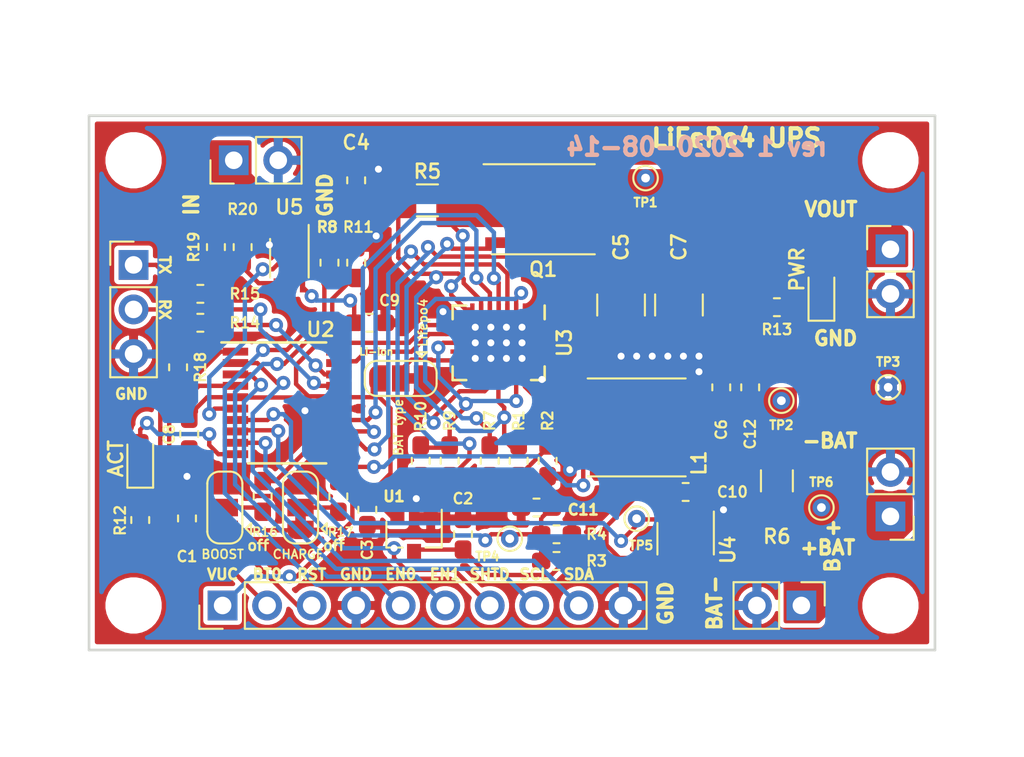
<source format=kicad_pcb>
(kicad_pcb (version 20171130) (host pcbnew 5.1.6-c6e7f7d~87~ubuntu20.04.1)
  (layers (0 F.Cu signal) (31 B.Cu signal) (34 B.Paste user) (35 F.Paste user) (36 B.SilkS user) (37 F.SilkS user) (38 B.Mask user) (39 F.Mask user) (44 Edge.Cuts user))
  (net 0 "")
  (net 1 /VIN)
  (net 2 GND)
  (net 3 /VBAT)
  (net 4 /IGATE)
  (net 5 /BSTOFF)
  (net 6 /VSYS)
  (net 7 /VBAT_S)
  (net 8 /BAT_SENSE_V)
  (net 9 /BAT_SENSE_A)
  (net 10 /SDA)
  (net 11 /SCL)
  (net 12 /CLPROG)
  (net 13 /EN)
  (net 14 /BOOT0)
  (net 15 /NRST)
  (net 16 /SW)
  (net 17 /CLN)
  (net 18 /PFI)
  (net 19 /BSTFB)
  (net 20 /PROG)
  (net 21 "Net-(D1-Pad1)")
  (net 22 /LED_ACT)
  (net 23 /SHTD)
  (net 24 VCC)
  (net 25 "Net-(D2-Pad1)")
  (net 26 /USB_DP)
  (net 27 /USB_DM)
  (net 28 /BAT_TYPE)
  (net 29 /~PFO)
  (net 30 /~FAULT)
  (net 31 /~CHRG)
  (net 32 /~RST)
  (net 33 /CHGOFF)
  (net 34 "Net-(JP2-Pad2)")
  (net 35 "Net-(JP3-Pad2)")
  (net 36 "Net-(U5-Pad6)")
  (net 37 /EN1)
  (net 38 /EN0)
  (net 39 /VIN_SENSE_V)
  (net 40 "Net-(J5-Pad2)")
  (net 41 "Net-(J5-Pad1)")
  (module Connector_PinHeader_2.54mm:PinHeader_1x03_P2.54mm_Vertical (layer F.Cu) (at 128.27 87.503)
    (fp_text reference J5 hide)
    (fp_text value Conn_01x03)
    (pad 3 thru_hole oval (at 0 5.08) (size 1.7 1.7) (drill 1) (layers *.Cu *.Mask) (net 2 GND))
    (pad 2 thru_hole oval (at 0 2.54) (size 1.7 1.7) (drill 1) (layers *.Cu *.Mask) (net 40 "Net-(J5-Pad2)"))
    (pad 1 thru_hole rect (at 0 0) (size 1.7 1.7) (drill 1) (layers *.Cu *.Mask) (net 41 "Net-(J5-Pad1)"))
  )
  (module Resistor_SMD:R_0603_1608Metric_Pad1.05x0.95mm_HandSolder (layer F.Cu) (at 134.493 86.487 90)
    (fp_text reference R20 (at 2.159 0 180) (layer F.SilkS) (effects (font (size 0.6 0.6) (thickness 0.125))))
    (fp_text value 309k)
    (pad 2 smd roundrect (at 0.875 0 90) (size 1.05 0.95) (layers F.Cu F.Paste F.Mask) (net 2 GND))
    (pad 1 smd roundrect (at -0.875 0 90) (size 1.05 0.95) (layers F.Cu F.Paste F.Mask) (net 39 /VIN_SENSE_V))
  )
  (module Resistor_SMD:R_0603_1608Metric_Pad1.05x0.95mm_HandSolder (layer F.Cu) (at 132.969 86.487 270)
    (fp_text reference R19 (at 0 1.27 90) (layer F.SilkS) (effects (font (size 0.6 0.6) (thickness 0.125))))
    (fp_text value 470k)
    (pad 2 smd roundrect (at 0.875 0 270) (size 1.05 0.95) (layers F.Cu F.Paste F.Mask) (net 39 /VIN_SENSE_V))
    (pad 1 smd roundrect (at -0.875 0 270) (size 1.05 0.95) (layers F.Cu F.Paste F.Mask) (net 1 /VIN))
  )
  (module Resistor_SMD:R_0603_1608Metric_Pad1.05x0.95mm_HandSolder (layer F.Cu) (at 140.97 87.376 270)
    (fp_text reference R11 (at -2.032 -0.127 180) (layer F.SilkS) (effects (font (size 0.6 0.6) (thickness 0.125))))
    (fp_text value 100k)
    (pad 2 smd roundrect (at 0.875 0 270) (size 1.05 0.95) (layers F.Cu F.Paste F.Mask) (net 37 /EN1))
    (pad 1 smd roundrect (at -0.875 0 270) (size 1.05 0.95) (layers F.Cu F.Paste F.Mask) (net 2 GND))
  )
  (module Connector_PinHeader_2.54mm:PinHeader_1x10_P2.54mm_Vertical (layer F.Cu) (at 133.35 106.934 90)
    (fp_text reference J4 hide)
    (fp_text value Conn_01x10)
    (pad 10 thru_hole oval (at 0 22.86 90) (size 1.7 1.7) (drill 1) (layers *.Cu *.Mask) (net 2 GND))
    (pad 9 thru_hole oval (at 0 20.32 90) (size 1.7 1.7) (drill 1) (layers *.Cu *.Mask) (net 10 /SDA))
    (pad 8 thru_hole oval (at 0 17.78 90) (size 1.7 1.7) (drill 1) (layers *.Cu *.Mask) (net 11 /SCL))
    (pad 7 thru_hole oval (at 0 15.24 90) (size 1.7 1.7) (drill 1) (layers *.Cu *.Mask) (net 23 /SHTD))
    (pad 6 thru_hole oval (at 0 12.7 90) (size 1.7 1.7) (drill 1) (layers *.Cu *.Mask) (net 37 /EN1))
    (pad 5 thru_hole oval (at 0 10.16 90) (size 1.7 1.7) (drill 1) (layers *.Cu *.Mask) (net 38 /EN0))
    (pad 4 thru_hole oval (at 0 7.62 90) (size 1.7 1.7) (drill 1) (layers *.Cu *.Mask) (net 2 GND))
    (pad 3 thru_hole oval (at 0 5.08 90) (size 1.7 1.7) (drill 1) (layers *.Cu *.Mask) (net 15 /NRST))
    (pad 2 thru_hole oval (at 0 2.54 90) (size 1.7 1.7) (drill 1) (layers *.Cu *.Mask) (net 14 /BOOT0))
    (pad 1 thru_hole rect (at 0 0 90) (size 1.7 1.7) (drill 1) (layers *.Cu *.Mask) (net 24 VCC))
  )
  (module Package_SO:VSSOP-8_2.3x2mm_P0.5mm (layer F.Cu) (at 137.16 87.122 270)
    (fp_text reference U5 (at -2.921 0 180) (layer F.SilkS) (effects (font (size 0.8 0.8))))
    (fp_text value 74AUP2G32)
    (pad 8 smd rect (at 1.55 -0.75 180) (size 0.3 0.8) (layers F.Cu F.Paste F.Mask) (net 24 VCC))
    (pad 7 smd rect (at 1.55 -0.25 180) (size 0.3 0.8) (layers F.Cu F.Paste F.Mask) (net 36 "Net-(U5-Pad6)"))
    (pad 6 smd rect (at 1.55 0.25 180) (size 0.3 0.8) (layers F.Cu F.Paste F.Mask) (net 36 "Net-(U5-Pad6)"))
    (pad 5 smd rect (at 1.55 0.75 180) (size 0.3 0.8) (layers F.Cu F.Paste F.Mask) (net 39 /VIN_SENSE_V))
    (pad 4 smd rect (at -1.55 0.75 180) (size 0.3 0.8) (layers F.Cu F.Paste F.Mask) (net 2 GND))
    (pad 3 smd rect (at -1.55 0.25 180) (size 0.3 0.8) (layers F.Cu F.Paste F.Mask) (net 13 /EN))
    (pad 2 smd rect (at -1.55 -0.25 180) (size 0.3 0.8) (layers F.Cu F.Paste F.Mask) (net 38 /EN0))
    (pad 1 smd rect (at -1.55 -0.75 180) (size 0.3 0.8) (layers F.Cu F.Paste F.Mask) (net 37 /EN1))
  )
  (module Capacitor_SMD:C_0603_1608Metric_Pad1.05x0.95mm_HandSolder (layer F.Cu) (at 163.449 94.488 90)
    (fp_text reference C12 (at -2.667 0 90) (layer F.SilkS) (effects (font (size 0.6 0.6) (thickness 0.125))))
    (fp_text value 100nF)
    (pad 2 smd roundrect (at 0.875 0 90) (size 1.05 0.95) (layers F.Cu F.Paste F.Mask) (net 2 GND))
    (pad 1 smd roundrect (at -0.875 0 90) (size 1.05 0.95) (layers F.Cu F.Paste F.Mask) (net 3 /VBAT))
  )
  (module TestPoint:TestPoint_THTPad_D1.0mm_Drill0.5mm (layer F.Cu) (at 156.972 101.981)
    (fp_text reference TP5 (at 0.254 1.524) (layer F.SilkS) (effects (font (size 0.5 0.5) (thickness 0.125))))
    (fp_text value TestPoint)
    (pad 1 thru_hole circle (at 0 0) (size 1 1) (drill 0.5) (layers *.Cu *.Mask) (net 9 /BAT_SENSE_A))
  )
  (module Jumper:SolderJumper-3_P1.3mm_Bridged12_RoundedPad1.0x1.5mm (layer F.Cu) (at 133.477 101.346 90)
    (fp_text reference JP3 hide)
    (fp_text value SolderJumper_3_Bridged12)
    (fp_poly (pts (xy -0.9 -0.3) (xy -0.4 -0.3) (xy -0.4 0.3) (xy -0.9 0.3)) (layer F.Cu) (width 0))
    (pad 1 smd custom (at -1.3 0 90) (size 1 0.5) (layers F.Cu F.Mask) (net 24 VCC) (options (clearance outline) (anchor rect)) (primitives (gr_circle (center 0 0.25) (end 0.5 0.25) (width 0)) (gr_circle (center 0 -0.25) (end 0.5 -0.25) (width 0)) (gr_poly (pts (xy 0.55 -0.75) (xy 0 -0.75) (xy 0 0.75) (xy 0.55 0.75)) (width 0))))
    (pad 2 smd rect (at 0 0 90) (size 1 1.5) (layers F.Cu F.Mask) (net 35 "Net-(JP3-Pad2)"))
    (pad 3 smd custom (at 1.3 0 90) (size 1 0.5) (layers F.Cu F.Mask) (net 2 GND) (options (clearance outline) (anchor rect)) (primitives (gr_circle (center 0 0.25) (end 0.5 0.25) (width 0)) (gr_circle (center 0 -0.25) (end 0.5 -0.25) (width 0)) (gr_poly (pts (xy -0.55 -0.75) (xy 0 -0.75) (xy 0 0.75) (xy -0.55 0.75)) (width 0))))
  )
  (module Jumper:SolderJumper-3_P1.3mm_Bridged12_RoundedPad1.0x1.5mm (layer F.Cu) (at 137.795 101.346 90)
    (fp_text reference JP2 hide)
    (fp_text value SolderJumper_3_Bridged12)
    (fp_poly (pts (xy -0.9 -0.3) (xy -0.4 -0.3) (xy -0.4 0.3) (xy -0.9 0.3)) (layer F.Cu) (width 0))
    (pad 1 smd custom (at -1.3 0 90) (size 1 0.5) (layers F.Cu F.Mask) (net 24 VCC) (options (clearance outline) (anchor rect)) (primitives (gr_circle (center 0 0.25) (end 0.5 0.25) (width 0)) (gr_circle (center 0 -0.25) (end 0.5 -0.25) (width 0)) (gr_poly (pts (xy 0.55 -0.75) (xy 0 -0.75) (xy 0 0.75) (xy 0.55 0.75)) (width 0))))
    (pad 2 smd rect (at 0 0 90) (size 1 1.5) (layers F.Cu F.Mask) (net 34 "Net-(JP2-Pad2)"))
    (pad 3 smd custom (at 1.3 0 90) (size 1 0.5) (layers F.Cu F.Mask) (net 2 GND) (options (clearance outline) (anchor rect)) (primitives (gr_circle (center 0 0.25) (end 0.5 0.25) (width 0)) (gr_circle (center 0 -0.25) (end 0.5 -0.25) (width 0)) (gr_poly (pts (xy -0.55 -0.75) (xy 0 -0.75) (xy 0 0.75) (xy -0.55 0.75)) (width 0))))
  )
  (module TestPoint:TestPoint_THTPad_D1.0mm_Drill0.5mm (layer F.Cu) (at 167.513 101.346)
    (fp_text reference TP6 (at 0 -1.448) (layer F.SilkS) (effects (font (size 0.5 0.5) (thickness 0.125))))
    (fp_text value TestPoint)
    (pad 1 thru_hole circle (at 0 0) (size 1 1) (drill 0.5) (layers *.Cu *.Mask) (net 7 /VBAT_S))
  )
  (module Resistor_SMD:R_0603_1608Metric_Pad1.05x0.95mm_HandSolder (layer F.Cu) (at 132.08 89.154 180)
    (fp_text reference R15 (at -2.54 0 180) (layer F.SilkS) (effects (font (size 0.6 0.6) (thickness 0.125))))
    (fp_text value 22)
    (pad 2 smd roundrect (at 0.875 0 180) (size 1.05 0.95) (layers F.Cu F.Paste F.Mask) (net 41 "Net-(J5-Pad1)"))
    (pad 1 smd roundrect (at -0.875 0 180) (size 1.05 0.95) (layers F.Cu F.Paste F.Mask) (net 27 /USB_DM))
  )
  (module Resistor_SMD:R_0603_1608Metric_Pad1.05x0.95mm_HandSolder (layer F.Cu) (at 132.08 90.805 180)
    (fp_text reference R14 (at -2.54 0) (layer F.SilkS) (effects (font (size 0.6 0.6) (thickness 0.125))))
    (fp_text value 22)
    (pad 2 smd roundrect (at 0.875 0 180) (size 1.05 0.95) (layers F.Cu F.Paste F.Mask) (net 40 "Net-(J5-Pad2)"))
    (pad 1 smd roundrect (at -0.875 0 180) (size 1.05 0.95) (layers F.Cu F.Paste F.Mask) (net 26 /USB_DP))
  )
  (module Package_SO:TSSOP-20_4.4x6.5mm_P0.65mm (layer F.Cu) (at 137.033 95.377)
    (fp_text reference U2 (at 1.905 -4.191) (layer F.SilkS) (effects (font (size 0.8 0.8))))
    (fp_text value STM32F042F4Px)
    (pad 1 smd rect (at -2.95 -2.925) (size 1.45 0.45) (layers F.Cu F.Paste F.Mask) (net 14 /BOOT0))
    (pad 2 smd rect (at -2.95 -2.275) (size 1.45 0.45) (layers F.Cu F.Paste F.Mask) (net 10 /SDA))
    (pad 3 smd rect (at -2.95 -1.625) (size 1.45 0.45) (layers F.Cu F.Paste F.Mask) (net 11 /SCL))
    (pad 4 smd rect (at -2.95 -0.975) (size 1.45 0.45) (layers F.Cu F.Paste F.Mask) (net 15 /NRST))
    (pad 5 smd rect (at -2.95 -0.325) (size 1.45 0.45) (layers F.Cu F.Paste F.Mask) (net 24 VCC))
    (pad 6 smd rect (at -2.95 0.325) (size 1.45 0.45) (layers F.Cu F.Paste F.Mask) (net 13 /EN))
    (pad 7 smd rect (at -2.95 0.975) (size 1.45 0.45) (layers F.Cu F.Paste F.Mask) (net 9 /BAT_SENSE_A))
    (pad 8 smd rect (at -2.95 1.625) (size 1.45 0.45) (layers F.Cu F.Paste F.Mask) (net 8 /BAT_SENSE_V))
    (pad 9 smd rect (at -2.95 2.275) (size 1.45 0.45) (layers F.Cu F.Paste F.Mask) (net 23 /SHTD))
    (pad 10 smd rect (at -2.95 2.925) (size 1.45 0.45) (layers F.Cu F.Paste F.Mask) (net 22 /LED_ACT))
    (pad 11 smd rect (at 2.95 2.925) (size 1.45 0.45) (layers F.Cu F.Paste F.Mask) (net 29 /~PFO))
    (pad 12 smd rect (at 2.95 2.275) (size 1.45 0.45) (layers F.Cu F.Paste F.Mask) (net 12 /CLPROG))
    (pad 13 smd rect (at 2.95 1.625) (size 1.45 0.45) (layers F.Cu F.Paste F.Mask) (net 33 /CHGOFF))
    (pad 14 smd rect (at 2.95 0.975) (size 1.45 0.45) (layers F.Cu F.Paste F.Mask) (net 5 /BSTOFF))
    (pad 15 smd rect (at 2.95 0.325) (size 1.45 0.45) (layers F.Cu F.Paste F.Mask) (net 2 GND))
    (pad 16 smd rect (at 2.95 -0.325) (size 1.45 0.45) (layers F.Cu F.Paste F.Mask) (net 24 VCC))
    (pad 17 smd rect (at 2.95 -0.975) (size 1.45 0.45) (layers F.Cu F.Paste F.Mask) (net 27 /USB_DM))
    (pad 18 smd rect (at 2.95 -1.625) (size 1.45 0.45) (layers F.Cu F.Paste F.Mask) (net 26 /USB_DP))
    (pad 19 smd rect (at 2.95 -2.275) (size 1.45 0.45) (layers F.Cu F.Paste F.Mask) (net 30 /~FAULT))
    (pad 20 smd rect (at 2.95 -2.925) (size 1.45 0.45) (layers F.Cu F.Paste F.Mask) (net 31 /~CHRG))
  )
  (module Resistor_SMD:R_0603_1608Metric_Pad1.05x0.95mm_HandSolder (layer F.Cu) (at 164.973 89.916)
    (fp_text reference R13 (at 0 1.27) (layer F.SilkS) (effects (font (size 0.6 0.6) (thickness 0.125))))
    (fp_text value 1k)
    (pad 2 smd roundrect (at 0.875 0) (size 1.05 0.95) (layers F.Cu F.Paste F.Mask) (net 25 "Net-(D2-Pad1)"))
    (pad 1 smd roundrect (at -0.875 0) (size 1.05 0.95) (layers F.Cu F.Paste F.Mask) (net 2 GND))
  )
  (module LED_SMD:LED_0603_1608Metric_Pad1.05x0.95mm_HandSolder (layer F.Cu) (at 167.513 89.027 90)
    (fp_text reference D2 hide)
    (fp_text value LED)
    (pad 2 smd roundrect (at 0.875 0 90) (size 1.05 0.95) (layers F.Cu F.Paste F.Mask) (net 6 /VSYS))
    (pad 1 smd roundrect (at -0.875 0 90) (size 1.05 0.95) (layers F.Cu F.Paste F.Mask) (net 25 "Net-(D2-Pad1)"))
  )
  (module Capacitor_SMD:C_0603_1608Metric_Pad1.05x0.95mm_HandSolder (layer F.Cu) (at 141.732 90.805)
    (fp_text reference C9 (at 1.143 -1.27) (layer F.SilkS) (effects (font (size 0.6 0.6) (thickness 0.125))))
    (fp_text value 100nF)
    (pad 2 smd roundrect (at 0.875 0) (size 1.05 0.95) (layers F.Cu F.Paste F.Mask) (net 2 GND))
    (pad 1 smd roundrect (at -0.875 0) (size 1.05 0.95) (layers F.Cu F.Paste F.Mask) (net 24 VCC))
  )
  (module Capacitor_SMD:C_0603_1608Metric_Pad1.05x0.95mm_HandSolder (layer F.Cu) (at 131.445 97.155 270)
    (fp_text reference C8 (at 0.0254 1.143 270) (layer F.SilkS) (effects (font (size 0.6 0.6) (thickness 0.125))))
    (fp_text value 100nF)
    (pad 2 smd roundrect (at 0.875 0 270) (size 1.05 0.95) (layers F.Cu F.Paste F.Mask) (net 2 GND))
    (pad 1 smd roundrect (at -0.875 0 270) (size 1.05 0.95) (layers F.Cu F.Paste F.Mask) (net 24 VCC))
  )
  (module Capacitor_SMD:C_0603_1608Metric_Pad1.05x0.95mm_HandSolder (layer F.Cu) (at 131.318 101.967 90)
    (fp_text reference C1 (at -2.173 0 180) (layer F.SilkS) (effects (font (size 0.6 0.6) (thickness 0.125))))
    (fp_text value 100nF)
    (pad 1 smd roundrect (at -0.875 0 90) (size 1.05 0.95) (layers F.Cu F.Paste F.Mask) (net 15 /NRST))
    (pad 2 smd roundrect (at 0.875 0 90) (size 1.05 0.95) (layers F.Cu F.Paste F.Mask) (net 2 GND))
  )
  (module Capacitor_SMD:C_0603_1608Metric_Pad1.05x0.95mm_HandSolder (layer F.Cu) (at 147.066 102.87 90)
    (fp_text reference C2 (at 2.032 0 180) (layer F.SilkS) (effects (font (size 0.6 0.6) (thickness 0.125))))
    (fp_text value 1uF)
    (pad 2 smd roundrect (at 0.875 0 90) (size 1.05 0.95) (layers F.Cu F.Paste F.Mask) (net 2 GND))
    (pad 1 smd roundrect (at -0.875 0 90) (size 1.05 0.95) (layers F.Cu F.Paste F.Mask) (net 3 /VBAT))
  )
  (module Inductor_SMD:L_Coilcraft_XAL5030 (layer F.Cu) (at 156.972 96.774)
    (fp_text reference L1 (at 3.556 2.032 270) (layer F.SilkS) (effects (font (size 0.8 0.8))))
    (fp_text value 2.2uH)
    (pad 1 smd rect (at -1.655 0) (size 1.2 4.7) (layers F.Cu F.Paste F.Mask) (net 16 /SW))
    (pad 2 smd rect (at 1.655 0) (size 1.2 4.7) (layers F.Cu F.Paste F.Mask) (net 3 /VBAT))
  )
  (module Resistor_SMD:R_0603_1608Metric_Pad1.05x0.95mm_HandSolder (layer F.Cu) (at 150.241 98.679 270)
    (fp_text reference R1 (at -2.286 0 270) (layer F.SilkS) (effects (font (size 0.6 0.6) (thickness 0.125))))
    (fp_text value 178k)
    (pad 1 smd roundrect (at -0.875 0 270) (size 1.05 0.95) (layers F.Cu F.Paste F.Mask) (net 1 /VIN))
    (pad 2 smd roundrect (at 0.875 0 270) (size 1.05 0.95) (layers F.Cu F.Paste F.Mask) (net 18 /PFI))
  )
  (module Resistor_SMD:R_0603_1608Metric_Pad1.05x0.95mm_HandSolder (layer F.Cu) (at 151.892 98.679 270)
    (fp_text reference R2 (at -2.286 0 270) (layer F.SilkS) (effects (font (size 0.6 0.6) (thickness 0.125))))
    (fp_text value 60.4k)
    (pad 2 smd roundrect (at 0.875 0 270) (size 1.05 0.95) (layers F.Cu F.Paste F.Mask) (net 2 GND))
    (pad 1 smd roundrect (at -0.875 0 270) (size 1.05 0.95) (layers F.Cu F.Paste F.Mask) (net 18 /PFI))
  )
  (module Resistor_SMD:R_0603_1608Metric_Pad1.05x0.95mm_HandSolder (layer F.Cu) (at 152.4 102.87)
    (fp_text reference R4 (at 2.286 0 180) (layer F.SilkS) (effects (font (size 0.6 0.6) (thickness 0.125))))
    (fp_text value 470k)
    (pad 1 smd roundrect (at -0.875 0) (size 1.05 0.95) (layers F.Cu F.Paste F.Mask) (net 8 /BAT_SENSE_V))
    (pad 2 smd roundrect (at 0.875 0) (size 1.05 0.95) (layers F.Cu F.Paste F.Mask) (net 2 GND))
  )
  (module Package_SO:PowerPAK_SO-8_Single (layer F.Cu) (at 151.638 84.328)
    (fp_text reference Q1 (at 0 3.429) (layer F.SilkS) (effects (font (size 0.8 0.8))))
    (fp_text value SIR424DP)
    (pad 1 smd rect (at -2.67 -1.905) (size 1.27 0.61) (layers F.Cu F.Paste F.Mask) (net 17 /CLN))
    (pad 2 smd rect (at -2.67 -0.635) (size 1.27 0.61) (layers F.Cu F.Paste F.Mask) (net 17 /CLN))
    (pad 3 smd rect (at -2.67 0.635) (size 1.27 0.61) (layers F.Cu F.Paste F.Mask) (net 17 /CLN))
    (pad 4 smd rect (at -2.67 1.905) (size 1.27 0.61) (layers F.Cu F.Paste F.Mask) (net 4 /IGATE))
    (pad 5 smd rect (at 2.795 1.905) (size 1.02 0.61) (layers F.Cu F.Paste F.Mask) (net 6 /VSYS))
    (pad 5 smd rect (at 2.795 0.635) (size 1.02 0.61) (layers F.Cu F.Paste F.Mask) (net 6 /VSYS))
    (pad 5 smd rect (at 2.795 -0.635) (size 1.02 0.61) (layers F.Cu F.Paste F.Mask) (net 6 /VSYS))
    (pad 5 smd rect (at 2.795 -1.905) (size 1.02 0.61) (layers F.Cu F.Paste F.Mask) (net 6 /VSYS))
    (pad 5 smd rect (at 0.69 0) (size 3.81 3.91) (layers F.Cu F.Paste F.Mask) (net 6 /VSYS))
  )
  (module Connector_PinHeader_2.54mm:PinHeader_1x02_P2.54mm_Vertical (layer F.Cu) (at 133.985 81.534 90)
    (fp_text reference J1 hide)
    (fp_text value Conn_01x02)
    (pad 1 thru_hole rect (at 0 0 90) (size 1.7 1.7) (drill 1) (layers *.Cu *.Mask) (net 1 /VIN))
    (pad 2 thru_hole oval (at 0 2.54 90) (size 1.7 1.7) (drill 1) (layers *.Cu *.Mask) (net 2 GND))
  )
  (module Connector_PinHeader_2.54mm:PinHeader_1x02_P2.54mm_Vertical (layer F.Cu) (at 166.37 106.934 270)
    (fp_text reference J2 hide)
    (fp_text value Conn_01x02)
    (pad 2 thru_hole oval (at 0 2.54 270) (size 1.7 1.7) (drill 1) (layers *.Cu *.Mask) (net 2 GND))
    (pad 1 thru_hole rect (at 0 0 270) (size 1.7 1.7) (drill 1) (layers *.Cu *.Mask) (net 7 /VBAT_S))
  )
  (module Connector_PinHeader_2.54mm:PinHeader_1x02_P2.54mm_Vertical (layer F.Cu) (at 171.45 86.614)
    (fp_text reference J3 hide)
    (fp_text value Conn_01x02)
    (pad 1 thru_hole rect (at 0 0) (size 1.7 1.7) (drill 1) (layers *.Cu *.Mask) (net 6 /VSYS))
    (pad 2 thru_hole oval (at 0 2.54) (size 1.7 1.7) (drill 1) (layers *.Cu *.Mask) (net 2 GND))
  )
  (module Resistor_SMD:R_0603_1608Metric_Pad1.05x0.95mm_HandSolder (layer F.Cu) (at 148.59 98.679 270)
    (fp_text reference R7 (at -2.286 0 270) (layer F.SilkS) (effects (font (size 0.6 0.6) (thickness 0.125))))
    (fp_text value 1k)
    (pad 2 smd roundrect (at 0.875 0 270) (size 1.05 0.95) (layers F.Cu F.Paste F.Mask) (net 2 GND))
    (pad 1 smd roundrect (at -0.875 0 270) (size 1.05 0.95) (layers F.Cu F.Paste F.Mask) (net 20 /PROG))
  )
  (module Resistor_SMD:R_0603_1608Metric_Pad1.05x0.95mm_HandSolder (layer F.Cu) (at 146.304 98.679 90)
    (fp_text reference R9 (at 2.286 0 90) (layer F.SilkS) (effects (font (size 0.6 0.6) (thickness 0.125))))
    (fp_text value 1650k)
    (pad 1 smd roundrect (at -0.875 0 90) (size 1.05 0.95) (layers F.Cu F.Paste F.Mask) (net 6 /VSYS))
    (pad 2 smd roundrect (at 0.875 0 90) (size 1.05 0.95) (layers F.Cu F.Paste F.Mask) (net 19 /BSTFB))
  )
  (module MountingHole:MountingHole_2.7mm_M2.5 (layer F.Cu) (at 128.27 81.534)
    (fp_text reference H1 hide)
    (fp_text value MountingHole)
    (pad 1 np_thru_hole circle (at 0 0) (size 2.7 2.7) (drill 2.7) (layers *.Cu *.Mask))
  )
  (module MountingHole:MountingHole_2.7mm_M2.5 (layer F.Cu) (at 128.27 106.934)
    (fp_text reference H2 hide)
    (fp_text value MountingHole)
    (pad 1 np_thru_hole circle (at 0 0) (size 2.7 2.7) (drill 2.7) (layers *.Cu *.Mask))
  )
  (module MountingHole:MountingHole_2.7mm_M2.5 (layer F.Cu) (at 171.45 81.534)
    (fp_text reference H3 hide)
    (fp_text value MountingHole)
    (pad 1 np_thru_hole circle (at 0 0) (size 2.7 2.7) (drill 2.7) (layers *.Cu *.Mask))
  )
  (module MountingHole:MountingHole_2.7mm_M2.5 (layer F.Cu) (at 171.45 106.934)
    (fp_text reference H4 hide)
    (fp_text value MountingHole)
    (pad 1 np_thru_hole circle (at 0 0) (size 2.7 2.7) (drill 2.7) (layers *.Cu *.Mask))
  )
  (module Resistor_SMD:R_0603_1608Metric_Pad1.05x0.95mm_HandSolder (layer F.Cu) (at 144.653 98.679 90)
    (fp_text reference R10 (at 2.54 0 270) (layer F.SilkS) (effects (font (size 0.6 0.6) (thickness 0.125))))
    (fp_text value 309k)
    (pad 1 smd roundrect (at -0.875 0 90) (size 1.05 0.95) (layers F.Cu F.Paste F.Mask) (net 2 GND))
    (pad 2 smd roundrect (at 0.875 0 90) (size 1.05 0.95) (layers F.Cu F.Paste F.Mask) (net 19 /BSTFB))
  )
  (module Capacitor_SMD:C_0603_1608Metric_Pad1.05x0.95mm_HandSolder (layer F.Cu) (at 141.605 101.473 270)
    (fp_text reference C3 (at 2.286 0 90) (layer F.SilkS) (effects (font (size 0.6 0.6) (thickness 0.125))))
    (fp_text value 1uF)
    (pad 1 smd roundrect (at -0.875 0 270) (size 1.05 0.95) (layers F.Cu F.Paste F.Mask) (net 24 VCC))
    (pad 2 smd roundrect (at 0.875 0 270) (size 1.05 0.95) (layers F.Cu F.Paste F.Mask) (net 2 GND))
  )
  (module Capacitor_SMD:C_0603_1608Metric_Pad1.05x0.95mm_HandSolder (layer F.Cu) (at 140.97 82.677 90)
    (fp_text reference C4 (at 2.159 0 180) (layer F.SilkS) (effects (font (size 0.8 0.8))))
    (fp_text value 2.2uF)
    (pad 2 smd roundrect (at 0.875 0 90) (size 1.05 0.95) (layers F.Cu F.Paste F.Mask) (net 2 GND))
    (pad 1 smd roundrect (at -0.875 0 90) (size 1.05 0.95) (layers F.Cu F.Paste F.Mask) (net 1 /VIN))
  )
  (module Capacitor_SMD:C_1210_3225Metric_Pad1.42x2.65mm_HandSolder (layer F.Cu) (at 156.083 89.789 270)
    (fp_text reference C5 (at -3.302 0 270) (layer F.SilkS) (effects (font (size 0.8 0.8))))
    (fp_text value 100uF)
    (pad 2 smd roundrect (at 1.4875 0 270) (size 1.425 2.65) (layers F.Cu F.Paste F.Mask) (roundrect_rratio 0.175439) (net 2 GND))
    (pad 1 smd roundrect (at -1.4875 0 270) (size 1.425 2.65) (layers F.Cu F.Paste F.Mask) (roundrect_rratio 0.175439) (net 6 /VSYS))
  )
  (module Capacitor_SMD:C_0603_1608Metric_Pad1.05x0.95mm_HandSolder (layer F.Cu) (at 161.798 94.488 90)
    (fp_text reference C6 (at -2.413 0 90) (layer F.SilkS) (effects (font (size 0.6 0.6) (thickness 0.125))))
    (fp_text value 10uF)
    (pad 1 smd roundrect (at -0.875 0 90) (size 1.05 0.95) (layers F.Cu F.Paste F.Mask) (net 3 /VBAT))
    (pad 2 smd roundrect (at 0.875 0 90) (size 1.05 0.95) (layers F.Cu F.Paste F.Mask) (net 2 GND))
  )
  (module Capacitor_SMD:C_1210_3225Metric_Pad1.42x2.65mm_HandSolder (layer F.Cu) (at 159.385 89.789 270)
    (fp_text reference C7 (at -3.302 0 270) (layer F.SilkS) (effects (font (size 0.8 0.8))))
    (fp_text value 100uF)
    (pad 1 smd roundrect (at -1.4875 0 270) (size 1.425 2.65) (layers F.Cu F.Paste F.Mask) (roundrect_rratio 0.175439) (net 6 /VSYS))
    (pad 2 smd roundrect (at 1.4875 0 270) (size 1.425 2.65) (layers F.Cu F.Paste F.Mask) (roundrect_rratio 0.175439) (net 2 GND))
  )
  (module Resistor_SMD:R_0603_1608Metric_Pad1.05x0.95mm_HandSolder (layer F.Cu) (at 152.4 104.394 180)
    (fp_text reference R3 (at -2.286 0) (layer F.SilkS) (effects (font (size 0.6 0.6) (thickness 0.125))))
    (fp_text value 1M)
    (pad 2 smd roundrect (at 0.875 0 180) (size 1.05 0.95) (layers F.Cu F.Paste F.Mask) (net 8 /BAT_SENSE_V))
    (pad 1 smd roundrect (at -0.875 0 180) (size 1.05 0.95) (layers F.Cu F.Paste F.Mask) (net 3 /VBAT))
  )
  (module Resistor_SMD:R_1206_3216Metric_Pad1.42x1.75mm_HandSolder (layer F.Cu) (at 145.034 83.82 180)
    (fp_text reference R5 (at 0 1.651 180) (layer F.SilkS) (effects (font (size 0.8 0.8))))
    (fp_text value 0.01)
    (pad 1 smd roundrect (at -1.4875 0 180) (size 1.425 1.75) (layers F.Cu F.Paste F.Mask) (roundrect_rratio 0.175439) (net 17 /CLN))
    (pad 2 smd roundrect (at 1.4875 0 180) (size 1.425 1.75) (layers F.Cu F.Paste F.Mask) (roundrect_rratio 0.175439) (net 1 /VIN))
  )
  (module Resistor_SMD:R_1206_3216Metric_Pad1.42x1.75mm_HandSolder (layer F.Cu) (at 164.973 99.822 270)
    (fp_text reference R6 (at 3.175 0) (layer F.SilkS) (effects (font (size 0.8 0.8))))
    (fp_text value 0.01)
    (pad 2 smd roundrect (at 1.4875 0 270) (size 1.425 1.75) (layers F.Cu F.Paste F.Mask) (roundrect_rratio 0.175439) (net 7 /VBAT_S))
    (pad 1 smd roundrect (at -1.4875 0 270) (size 1.425 1.75) (layers F.Cu F.Paste F.Mask) (roundrect_rratio 0.175439) (net 3 /VBAT))
  )
  (module Package_TO_SOT_SMD:SOT-23 (layer F.Cu) (at 144.272 102.87 270)
    (fp_text reference U1 (at -2.159 1.143) (layer F.SilkS) (effects (font (size 0.6 0.6))))
    (fp_text value MCP1700-2502E_SOT23)
    (pad 1 smd rect (at -1 -0.95 270) (size 0.9 0.8) (layers F.Cu F.Paste F.Mask) (net 2 GND))
    (pad 2 smd rect (at -1 0.95 270) (size 0.9 0.8) (layers F.Cu F.Paste F.Mask) (net 24 VCC))
    (pad 3 smd rect (at 1 0 270) (size 0.9 0.8) (layers F.Cu F.Paste F.Mask) (net 3 /VBAT))
  )
  (module Package_DFN_QFN:QFN-24-1EP_4x5mm_P0.5mm_EP2.65x3.65mm (layer F.Cu) (at 149.098 91.948 270)
    (fp_text reference U3 (at 0 -3.75 270) (layer F.SilkS) (effects (font (size 0.8 0.8))))
    (fp_text value LTC4040)
    (pad 1 smd rect (at -1.9 -1.5 270) (size 0.7 0.25) (layers F.Cu F.Paste F.Mask) (net 6 /VSYS))
    (pad 2 smd rect (at -1.9 -1 270) (size 0.7 0.25) (layers F.Cu F.Paste F.Mask) (net 20 /PROG))
    (pad 3 smd rect (at -1.9 -0.5 270) (size 0.7 0.25) (layers F.Cu F.Paste F.Mask) (net 12 /CLPROG))
    (pad 4 smd rect (at -1.9 0 270) (size 0.7 0.25) (layers F.Cu F.Paste F.Mask) (net 33 /CHGOFF))
    (pad 5 smd rect (at -1.9 0.5 270) (size 0.7 0.25) (layers F.Cu F.Paste F.Mask) (net 5 /BSTOFF))
    (pad 6 smd rect (at -1.9 1 270) (size 0.7 0.25) (layers F.Cu F.Paste F.Mask) (net 1 /VIN))
    (pad 7 smd rect (at -1.9 1.5 270) (size 0.7 0.25) (layers F.Cu F.Paste F.Mask) (net 17 /CLN))
    (pad 8 smd rect (at -1 2.4) (size 0.7 0.25) (layers F.Cu F.Paste F.Mask) (net 31 /~CHRG))
    (pad 9 smd rect (at -0.5 2.4) (size 0.7 0.25) (layers F.Cu F.Paste F.Mask) (net 30 /~FAULT))
    (pad 10 smd rect (at 0 2.4) (size 0.7 0.25) (layers F.Cu F.Paste F.Mask) (net 19 /BSTFB))
    (pad 11 smd rect (at 0.5 2.4) (size 0.7 0.25) (layers F.Cu F.Paste F.Mask) (net 32 /~RST))
    (pad 12 smd rect (at 1 2.4) (size 0.7 0.25) (layers F.Cu F.Paste F.Mask) (net 28 /BAT_TYPE))
    (pad 13 smd rect (at 1.9 1.5 270) (size 0.7 0.25) (layers F.Cu F.Paste F.Mask) (net 2 GND))
    (pad 14 smd rect (at 1.9 1 270) (size 0.7 0.25) (layers F.Cu F.Paste F.Mask) (net 2 GND))
    (pad 15 smd rect (at 1.9 0.5 270) (size 0.7 0.25) (layers F.Cu F.Paste F.Mask) (net 4 /IGATE))
    (pad 16 smd rect (at 1.9 0 270) (size 0.7 0.25) (layers F.Cu F.Paste F.Mask) (net 1 /VIN))
    (pad 17 smd rect (at 1.9 -0.5 270) (size 0.7 0.25) (layers F.Cu F.Paste F.Mask) (net 2 GND))
    (pad 18 smd rect (at 1.9 -1 270) (size 0.7 0.25) (layers F.Cu F.Paste F.Mask) (net 19 /BSTFB))
    (pad 19 smd rect (at 1.9 -1.5 270) (size 0.7 0.25) (layers F.Cu F.Paste F.Mask) (net 18 /PFI))
    (pad 20 smd rect (at 1 -2.4) (size 0.7 0.25) (layers F.Cu F.Paste F.Mask) (net 29 /~PFO))
    (pad 21 smd rect (at 0.5 -2.4) (size 0.7 0.25) (layers F.Cu F.Paste F.Mask) (net 16 /SW))
    (pad 22 smd rect (at 0 -2.4) (size 0.7 0.25) (layers F.Cu F.Paste F.Mask) (net 16 /SW))
    (pad 23 smd rect (at -0.5 -2.4) (size 0.7 0.25) (layers F.Cu F.Paste F.Mask) (net 3 /VBAT))
    (pad 24 smd rect (at -1 -2.4) (size 0.7 0.25) (layers F.Cu F.Paste F.Mask) (net 6 /VSYS))
    (pad 25 smd rect (at 0 0 270) (size 2.65 3.65) (layers F.Cu F.Mask) (net 2 GND))
  )
  (module Package_TO_SOT_SMD:SOT-23-5 (layer F.Cu) (at 159.766 103.124 270)
    (fp_text reference U4 (at 0.635 -2.413 90) (layer F.SilkS) (effects (font (size 0.8 0.8))))
    (fp_text value "MAX9938F 50V GAIN")
    (pad 1 smd rect (at -1.1 -0.95 270) (size 1.06 0.65) (layers F.Cu F.Paste F.Mask) (net 2 GND))
    (pad 2 smd rect (at -1.1 0 270) (size 1.06 0.65) (layers F.Cu F.Paste F.Mask) (net 2 GND))
    (pad 3 smd rect (at -1.1 0.95 270) (size 1.06 0.65) (layers F.Cu F.Paste F.Mask) (net 9 /BAT_SENSE_A))
    (pad 4 smd rect (at 1.1 0.95 270) (size 1.06 0.65) (layers F.Cu F.Paste F.Mask) (net 3 /VBAT))
    (pad 5 smd rect (at 1.1 -0.95 270) (size 1.06 0.65) (layers F.Cu F.Paste F.Mask) (net 7 /VBAT_S))
  )
  (module Resistor_SMD:R_0603_1608Metric_Pad1.05x0.95mm_HandSolder (layer F.Cu) (at 128.651 102.0572 90)
    (fp_text reference R12 (at -0.0254 -1.143 270) (layer F.SilkS) (effects (font (size 0.6 0.6) (thickness 0.125))))
    (fp_text value 1k)
    (pad 1 smd roundrect (at -0.875 0 90) (size 1.05 0.95) (layers F.Cu F.Paste F.Mask) (net 2 GND))
    (pad 2 smd roundrect (at 0.875 0 90) (size 1.05 0.95) (layers F.Cu F.Paste F.Mask) (net 21 "Net-(D1-Pad1)"))
  )
  (module Resistor_SMD:R_0603_1608Metric_Pad1.05x0.95mm_HandSolder (layer F.Cu) (at 135.636 100.711 270)
    (fp_text reference R16 (at 2.032 -0.127) (layer F.SilkS) (effects (font (size 0.5 0.5) (thickness 0.1))))
    (fp_text value 100k)
    (pad 1 smd roundrect (at -0.875 0 270) (size 1.05 0.95) (layers F.Cu F.Paste F.Mask) (net 5 /BSTOFF))
    (pad 2 smd roundrect (at 0.875 0 270) (size 1.05 0.95) (layers F.Cu F.Paste F.Mask) (net 35 "Net-(JP3-Pad2)"))
  )
  (module Connector_PinHeader_2.54mm:PinHeader_1x02_P2.54mm_Vertical (layer F.Cu) (at 171.45 101.854 180)
    (fp_text reference J6 hide)
    (fp_text value Conn_01x02)
    (pad 1 thru_hole rect (at 0 0 180) (size 1.7 1.7) (drill 1) (layers *.Cu *.Mask) (net 7 /VBAT_S))
    (pad 2 thru_hole oval (at 0 2.54 180) (size 1.7 1.7) (drill 1) (layers *.Cu *.Mask) (net 2 GND))
  )
  (module TestPoint:TestPoint_THTPad_D1.0mm_Drill0.5mm (layer F.Cu) (at 157.48 82.55)
    (fp_text reference TP1 (at 0 1.397) (layer F.SilkS) (effects (font (size 0.5 0.5) (thickness 0.125))))
    (fp_text value TestPoint)
    (pad 1 thru_hole circle (at 0 0) (size 1 1) (drill 0.5) (layers *.Cu *.Mask) (net 6 /VSYS))
  )
  (module TestPoint:TestPoint_THTPad_D1.0mm_Drill0.5mm (layer F.Cu) (at 165.227 95.25)
    (fp_text reference TP2 (at 0 1.397) (layer F.SilkS) (effects (font (size 0.5 0.5) (thickness 0.125))))
    (fp_text value TestPoint)
    (pad 1 thru_hole circle (at 0 0) (size 1 1) (drill 0.5) (layers *.Cu *.Mask) (net 3 /VBAT))
  )
  (module TestPoint:TestPoint_THTPad_D1.0mm_Drill0.5mm (layer F.Cu) (at 171.323 94.488)
    (fp_text reference TP3 (at 0 -1.448) (layer F.SilkS) (effects (font (size 0.5 0.5) (thickness 0.125))))
    (fp_text value TestPoint)
    (pad 1 thru_hole circle (at 0 0) (size 1 1) (drill 0.5) (layers *.Cu *.Mask) (net 2 GND))
  )
  (module Resistor_SMD:R_0603_1608Metric_Pad1.05x0.95mm_HandSolder (layer F.Cu) (at 130.81 93.345 90)
    (fp_text reference R18 (at 0 1.27 270) (layer F.SilkS) (effects (font (size 0.6 0.6) (thickness 0.125))))
    (fp_text value 10k)
    (pad 1 smd roundrect (at -0.875 0 90) (size 1.05 0.95) (layers F.Cu F.Paste F.Mask) (net 14 /BOOT0))
    (pad 2 smd roundrect (at 0.875 0 90) (size 1.05 0.95) (layers F.Cu F.Paste F.Mask) (net 2 GND))
  )
  (module TestPoint:TestPoint_THTPad_D1.0mm_Drill0.5mm (layer F.Cu) (at 149.733 103.124)
    (fp_text reference TP4 (at -1.27 1.016) (layer F.SilkS) (effects (font (size 0.5 0.5) (thickness 0.125))))
    (fp_text value TestPoint)
    (pad 1 thru_hole circle (at 0 0) (size 1 1) (drill 0.5) (layers *.Cu *.Mask) (net 8 /BAT_SENSE_V))
  )
  (module Resistor_SMD:R_0603_1608Metric_Pad1.05x0.95mm_HandSolder (layer F.Cu) (at 139.954 100.711 270)
    (fp_text reference R17 (at 2.032 -0.127 180) (layer F.SilkS) (effects (font (size 0.5 0.5) (thickness 0.1))))
    (fp_text value 100k)
    (pad 1 smd roundrect (at -0.875 0 270) (size 1.05 0.95) (layers F.Cu F.Paste F.Mask) (net 33 /CHGOFF))
    (pad 2 smd roundrect (at 0.875 0 270) (size 1.05 0.95) (layers F.Cu F.Paste F.Mask) (net 34 "Net-(JP2-Pad2)"))
  )
  (module LED_SMD:LED_0603_1608Metric_Pad1.05x0.95mm_HandSolder (layer F.Cu) (at 128.651 98.552 90)
    (fp_text reference D1 hide)
    (fp_text value LED)
    (pad 2 smd roundrect (at 0.875 0 90) (size 1.05 0.95) (layers F.Cu F.Paste F.Mask) (net 22 /LED_ACT))
    (pad 1 smd roundrect (at -0.875 0 90) (size 1.05 0.95) (layers F.Cu F.Paste F.Mask) (net 21 "Net-(D1-Pad1)"))
  )
  (module Capacitor_SMD:C_0603_1608Metric_Pad1.05x0.95mm_HandSolder (layer F.Cu) (at 159.766 100.457)
    (fp_text reference C10 (at 2.667 0 180) (layer F.SilkS) (effects (font (size 0.6 0.6) (thickness 0.125))))
    (fp_text value 100nF)
    (pad 1 smd roundrect (at -0.875 0) (size 1.05 0.95) (layers F.Cu F.Paste F.Mask) (net 9 /BAT_SENSE_A))
    (pad 2 smd roundrect (at 0.875 0) (size 1.05 0.95) (layers F.Cu F.Paste F.Mask) (net 2 GND))
  )
  (module Resistor_SMD:R_0603_1608Metric_Pad1.05x0.95mm_HandSolder (layer F.Cu) (at 139.446 87.376 270)
    (fp_text reference R8 (at -2.032 0.127 180) (layer F.SilkS) (effects (font (size 0.6 0.6))))
    (fp_text value 100k)
    (pad 1 smd roundrect (at -0.875 0 270) (size 1.05 0.95) (layers F.Cu F.Paste F.Mask) (net 2 GND))
    (pad 2 smd roundrect (at 0.875 0 270) (size 1.05 0.95) (layers F.Cu F.Paste F.Mask) (net 38 /EN0))
  )
  (module Capacitor_SMD:C_0603_1608Metric_Pad1.05x0.95mm_HandSolder (layer F.Cu) (at 151.257 101.346 180)
    (fp_text reference C11 (at -2.667 -0.127) (layer F.SilkS) (effects (font (size 0.6 0.6))))
    (fp_text value 100nF)
    (pad 1 smd roundrect (at -0.875 0 180) (size 1.05 0.95) (layers F.Cu F.Paste F.Mask) (net 8 /BAT_SENSE_V))
    (pad 2 smd roundrect (at 0.875 0 180) (size 1.05 0.95) (layers F.Cu F.Paste F.Mask) (net 2 GND))
  )
  (module Jumper:SolderJumper-3_P1.3mm_Bridged12_RoundedPad1.0x1.5mm (layer F.Cu) (at 143.51 93.98 180)
    (fp_text reference JP1 hide)
    (fp_text value SolderJumper_3_Bridged12)
    (fp_poly (pts (xy -0.9 -0.3) (xy -0.4 -0.3) (xy -0.4 0.3) (xy -0.9 0.3)) (layer F.Cu) (width 0))
    (pad 3 smd custom (at 1.3 0 180) (size 1 0.5) (layers F.Cu F.Mask) (net 24 VCC) (options (clearance outline) (anchor rect)) (primitives (gr_circle (center 0 0.25) (end 0.5 0.25) (width 0)) (gr_circle (center 0 -0.25) (end 0.5 -0.25) (width 0)) (gr_poly (pts (xy -0.55 -0.75) (xy 0 -0.75) (xy 0 0.75) (xy -0.55 0.75)) (width 0))))
    (pad 2 smd rect (at 0 0 180) (size 1 1.5) (layers F.Cu F.Mask) (net 28 /BAT_TYPE))
    (pad 1 smd custom (at -1.3 0 180) (size 1 0.5) (layers F.Cu F.Mask) (net 2 GND) (options (clearance outline) (anchor rect)) (primitives (gr_circle (center 0 0.25) (end 0.5 0.25) (width 0)) (gr_circle (center 0 -0.25) (end 0.5 -0.25) (width 0)) (gr_poly (pts (xy 0.55 -0.75) (xy 0 -0.75) (xy 0 0.75) (xy 0.55 0.75)) (width 0))))
  )
  (gr_text GND (at 128.143 94.869) (layer F.SilkS) (effects (font (size 0.6 0.6))))
  (gr_text off (at 139.7 103.505) (layer F.SilkS) (effects (font (size 0.6 0.6) (thickness 0.125))))
  (gr_text off (at 135.382 103.505) (layer F.SilkS) (effects (font (size 0.6 0.6) (thickness 0.125))))
  (gr_text EN1 (at 146.05 105.156) (layer F.SilkS) (effects (font (size 0.6 0.6))))
  (gr_text CHARGE (at 137.668 104.013) (layer F.SilkS) (effects (font (size 0.5 0.5) (thickness 0.1))))
  (gr_text BOOST (at 133.35 104.013) (layer F.SilkS) (effects (font (size 0.5 0.5) (thickness 0.1))))
  (gr_text PWR (at 166.116 87.757 90) (layer F.SilkS) (effects (font (size 0.8 0.8))))
  (gr_text Li-ion (at 142.113 92.456) (layer F.SilkS) (effects (font (size 0.4 0.4) (thickness 0.1))))
  (gr_text Lifepo4 (at 144.78 90.805 90) (layer F.SilkS) (effects (font (size 0.5 0.5) (thickness 0.1))))
  (gr_text "BAT type" (at 143.383 96.774 90) (layer F.SilkS) (effects (font (size 0.5 0.5) (thickness 0.1))))
  (gr_text BAT- (at 161.417 108.458 90) (layer F.SilkS) (effects (font (size 0.8 0.8) (thickness 0.2)) (justify left)))
  (gr_text RX (at 130.048 90.043 270) (layer F.SilkS) (effects (font (size 0.6 0.6))))
  (gr_text TX (at 130.048 87.503 270) (layer F.SilkS) (effects (font (size 0.6 0.6))))
  (gr_text GND (at 140.97 105.156) (layer F.SilkS) (effects (font (size 0.6 0.6))))
  (gr_text BT0 (at 135.89 105.156) (layer F.SilkS) (effects (font (size 0.6 0.6))))
  (gr_text RST (at 138.43 105.156) (layer F.SilkS) (effects (font (size 0.6 0.6))))
  (gr_text EN0 (at 143.51 105.156) (layer F.SilkS) (effects (font (size 0.6 0.6))))
  (gr_text ACT (at 127.254 98.552 90) (layer F.SilkS) (effects (font (size 0.8 0.8))))
  (gr_text SHTD (at 148.59 105.156) (layer F.SilkS) (effects (font (size 0.6 0.6))))
  (gr_text SDA (at 153.67 105.156) (layer F.SilkS) (effects (font (size 0.6 0.6))))
  (gr_text SCL (at 151.13 105.156) (layer F.SilkS) (effects (font (size 0.6 0.6))))
  (gr_text "rev 1 2020-08-14" (at 160.401 80.772) (layer B.SilkS) (effects (font (size 1 1) (thickness 0.25)) (justify mirror)))
  (gr_text GND (at 158.623 106.807 90) (layer F.SilkS) (effects (font (size 0.8 0.8) (thickness 0.2))))
  (gr_text VUC (at 133.35 105.156) (layer F.SilkS) (effects (font (size 0.6 0.6))))
  (gr_text -BAT (at 169.672 97.536) (layer F.SilkS) (effects (font (size 0.8 0.8) (thickness 0.2)) (justify right)))
  (gr_text +BAT (at 169.545 103.632) (layer F.SilkS) (effects (font (size 0.8 0.8) (thickness 0.2)) (justify right)))
  (gr_text "LiFePo4 UPS" (at 167.64 80.264) (layer F.SilkS) (effects (font (size 1 1) (thickness 0.25)) (justify right)))
  (gr_text "B  +" (at 168.148 105.156 90) (layer F.SilkS) (effects (font (size 0.8 0.8) (thickness 0.2)) (justify left)))
  (gr_text IN (at 131.572 83.312 90) (layer F.SilkS) (effects (font (size 0.8 0.8) (thickness 0.2)) (justify right)))
  (gr_text GND (at 139.192 82.169 90) (layer F.SilkS) (effects (font (size 0.8 0.8) (thickness 0.2)) (justify right)))
  (gr_text GND (at 169.672 91.694) (layer F.SilkS) (effects (font (size 0.8 0.8) (thickness 0.2)) (justify right)))
  (gr_text VOUT (at 169.672 84.328) (layer F.SilkS) (effects (font (size 0.8 0.8) (thickness 0.2)) (justify right)))
  (gr_line (start 125.73 109.474) (end 125.73 78.994) (layer Edge.Cuts) (width 0.15))
  (gr_line (start 173.99 109.474) (end 125.73 109.474) (layer Edge.Cuts) (width 0.15))
  (gr_line (start 173.99 78.994) (end 173.99 109.474) (layer Edge.Cuts) (width 0.15))
  (gr_line (start 125.73 78.994) (end 173.99 78.994) (layer Edge.Cuts) (width 0.15))
  (segment (start 143.1655 84.201) (end 143.210333 84.245833) (width 0.25) (layer F.Cu) (net 1))
  (segment (start 140.8322 83.933) (end 140.97 83.933) (width 0.25) (layer F.Cu) (net 1))
  (segment (start 147.10201 88.313559) (end 146.783438 87.994987) (width 0.25) (layer F.Cu) (net 1))
  (segment (start 148.098 90.048) (end 148.098 89.538562) (width 0.25) (layer F.Cu) (net 1))
  (via (at 145.53267 88.206475) (size 0.8) (drill 0.4) (layers F.Cu B.Cu) (net 1))
  (segment (start 148.098 89.538562) (end 147.10201 88.542572) (width 0.25) (layer F.Cu) (net 1))
  (segment (start 145.744158 87.994987) (end 145.53267 88.206475) (width 0.25) (layer F.Cu) (net 1))
  (segment (start 146.783438 87.994987) (end 145.744158 87.994987) (width 0.25) (layer F.Cu) (net 1))
  (segment (start 147.10201 88.542572) (end 147.10201 88.313559) (width 0.25) (layer F.Cu) (net 1))
  (segment (start 145.337195 88.011) (end 145.53267 88.206475) (width 0.25) (layer F.Cu) (net 1))
  (segment (start 144.297328 88.011) (end 145.337195 88.011) (width 0.25) (layer F.Cu) (net 1))
  (segment (start 143.372162 87.085834) (end 144.297328 88.011) (width 0.25) (layer F.Cu) (net 1))
  (segment (start 143.372162 84.502338) (end 143.372162 87.085834) (width 0.25) (layer F.Cu) (net 1))
  (segment (start 143.5465 84.328) (end 143.372162 84.502338) (width 0.25) (layer F.Cu) (net 1))
  (segment (start 149.86 97.931) (end 149.415499 97.486499) (width 0.25) (layer F.Cu) (net 1))
  (segment (start 145.53267 88.206475) (end 144.399 89.340145) (width 0.25) (layer B.Cu) (net 1))
  (via (at 149.415499 96.202501) (size 0.8) (drill 0.4) (layers F.Cu B.Cu) (net 1))
  (segment (start 149.08449 95.305807) (end 149.415499 95.636816) (width 0.25) (layer F.Cu) (net 1))
  (segment (start 149.08449 93.86151) (end 149.08449 95.305807) (width 0.25) (layer F.Cu) (net 1))
  (segment (start 149.415499 97.486499) (end 149.415499 96.202501) (width 0.25) (layer F.Cu) (net 1))
  (segment (start 144.399 94.488) (end 146.885988 96.974988) (width 0.25) (layer B.Cu) (net 1))
  (segment (start 149.415499 95.636816) (end 149.415499 96.202501) (width 0.25) (layer F.Cu) (net 1))
  (segment (start 144.399 89.340145) (end 144.399 94.488) (width 0.25) (layer B.Cu) (net 1))
  (segment (start 146.885988 96.974988) (end 148.643012 96.974988) (width 0.25) (layer B.Cu) (net 1))
  (segment (start 148.643012 96.974988) (end 149.415499 96.202501) (width 0.25) (layer B.Cu) (net 1))
  (segment (start 132.969 82.55) (end 133.985 81.534) (width 0.25) (layer F.Cu) (net 1))
  (segment (start 132.969 85.612) (end 132.969 82.55) (width 0.25) (layer F.Cu) (net 1))
  (via (at 160.528 93.599) (size 0.8) (drill 0.4) (layers F.Cu B.Cu) (net 2))
  (via (at 156.083 92.71) (size 0.8) (drill 0.4) (layers F.Cu B.Cu) (net 2))
  (via (at 156.972 92.71) (size 0.8) (drill 0.4) (layers F.Cu B.Cu) (net 2))
  (via (at 158.75 92.71) (size 0.8) (drill 0.4) (layers F.Cu B.Cu) (net 2))
  (via (at 159.639 92.71) (size 0.8) (drill 0.4) (layers F.Cu B.Cu) (net 2))
  (via (at 160.528 92.71) (size 0.8) (drill 0.4) (layers F.Cu B.Cu) (net 2))
  (via (at 157.861 92.71) (size 0.8) (drill 0.4) (layers F.Cu B.Cu) (net 2))
  (via (at 142.113 85.852) (size 0.8) (drill 0.4) (layers F.Cu B.Cu) (net 2))
  (via (at 150.4315 91.059) (size 0.8) (drill 0.4) (layers F.Cu B.Cu) (net 2))
  (via (at 150.4315 91.948) (size 0.8) (drill 0.4) (layers F.Cu B.Cu) (net 2))
  (via (at 150.4315 92.837) (size 0.8) (drill 0.4) (layers F.Cu B.Cu) (net 2))
  (via (at 149.5425 91.948) (size 0.8) (drill 0.4) (layers F.Cu B.Cu) (net 2))
  (via (at 148.6535 91.948) (size 0.8) (drill 0.4) (layers F.Cu B.Cu) (net 2))
  (via (at 147.7645 91.948) (size 0.8) (drill 0.4) (layers F.Cu B.Cu) (net 2))
  (via (at 131.318 99.568) (size 0.8) (drill 0.4) (layers F.Cu B.Cu) (net 2))
  (via (at 138.049 95.8215) (size 0.8) (drill 0.4) (layers F.Cu B.Cu) (net 2))
  (via (at 148.6535 91.059) (size 0.8) (drill 0.4) (layers F.Cu B.Cu) (net 2))
  (via (at 148.6535 92.837) (size 0.8) (drill 0.4) (layers F.Cu B.Cu) (net 2))
  (via (at 149.5425 92.837) (size 0.8) (drill 0.4) (layers F.Cu B.Cu) (net 2))
  (via (at 147.7645 91.059) (size 0.8) (drill 0.4) (layers F.Cu B.Cu) (net 2))
  (via (at 149.5425 91.059) (size 0.8) (drill 0.4) (layers F.Cu B.Cu) (net 2))
  (segment (start 147.5345 93.848) (end 148.0345 93.848) (width 0.25) (layer F.Cu) (net 2))
  (segment (start 147.6535 92.948) (end 147.8915 92.71) (width 0.25) (layer F.Cu) (net 2))
  (segment (start 148.098 92.9165) (end 147.8915 92.71) (width 0.25) (layer F.Cu) (net 2))
  (segment (start 149.098 91.1225) (end 149.1615 91.186) (width 0.25) (layer F.Cu) (net 2))
  (segment (start 149.598 93.1465) (end 149.1615 92.71) (width 0.25) (layer F.Cu) (net 2))
  (via (at 145.923 90.17) (size 0.8) (drill 0.4) (layers F.Cu B.Cu) (net 2))
  (segment (start 149.6615 92.448) (end 149.1615 91.948) (width 0.25) (layer F.Cu) (net 2))
  (segment (start 149.598 93.848) (end 149.598 92.448) (width 0.25) (layer F.Cu) (net 2))
  (via (at 151.569135 94.038135) (size 0.8) (drill 0.4) (layers F.Cu B.Cu) (net 2))
  (via (at 142.24 82.042) (size 0.8) (drill 0.4) (layers F.Cu B.Cu) (net 2))
  (via (at 153.162 99.187) (size 0.8) (drill 0.4) (layers F.Cu B.Cu) (net 2))
  (segment (start 147.598 93.248) (end 147.598 93.848) (width 0.25) (layer F.Cu) (net 2))
  (via (at 147.7645 92.837) (size 0.8) (drill 0.4) (layers F.Cu B.Cu) (net 2))
  (via (at 144.399 100.838) (size 0.8) (drill 0.4) (layers F.Cu B.Cu) (net 2))
  (segment (start 134.224592 100.046) (end 133.477 100.046) (width 0.25) (layer F.Cu) (net 2))
  (segment (start 134.864602 100.68601) (end 134.224592 100.046) (width 0.25) (layer F.Cu) (net 2))
  (segment (start 136.407398 100.68601) (end 134.864602 100.68601) (width 0.25) (layer F.Cu) (net 2))
  (segment (start 137.047408 100.046) (end 136.407398 100.68601) (width 0.25) (layer F.Cu) (net 2))
  (segment (start 137.795 100.046) (end 137.047408 100.046) (width 0.25) (layer F.Cu) (net 2))
  (segment (start 160.975 100.532) (end 161.05 100.457) (width 0.25) (layer F.Cu) (net 2))
  (via (at 161.925 101.473) (size 0.8) (drill 0.4) (layers F.Cu B.Cu) (net 2))
  (via (at 136.01701 86.36) (size 0.8) (drill 0.4) (layers F.Cu B.Cu) (net 2))
  (segment (start 136.41 85.96701) (end 136.01701 86.36) (width 0.25) (layer F.Cu) (net 2))
  (segment (start 136.41 85.445) (end 136.41 85.96701) (width 0.25) (layer F.Cu) (net 2))
  (segment (start 135.26901 85.612) (end 136.01701 86.36) (width 0.25) (layer F.Cu) (net 2))
  (segment (start 134.493 85.612) (end 135.26901 85.612) (width 0.25) (layer F.Cu) (net 2))
  (segment (start 158.75 97.451) (end 158.75 96.774) (width 0.25) (layer F.Cu) (net 3))
  (segment (start 159.428 97.452) (end 158.75 96.774) (width 0.25) (layer F.Cu) (net 3))
  (segment (start 158.75 95.815004) (end 158.75 96.774) (width 0.25) (layer F.Cu) (net 3))
  (segment (start 144.397 103.745) (end 144.272 103.87) (width 0.25) (layer F.Cu) (net 3))
  (segment (start 147.066 103.745) (end 144.397 103.745) (width 0.25) (layer F.Cu) (net 3))
  (segment (start 152.901796 104.394) (end 153.275 104.394) (width 0.25) (layer F.Cu) (net 3))
  (segment (start 152.101786 105.19401) (end 152.901796 104.394) (width 0.25) (layer F.Cu) (net 3))
  (segment (start 148.51501 105.19401) (end 152.101786 105.19401) (width 0.25) (layer F.Cu) (net 3))
  (segment (start 147.066 103.745) (end 148.51501 105.19401) (width 0.25) (layer F.Cu) (net 3))
  (segment (start 158.646 104.394) (end 158.816 104.224) (width 0.25) (layer F.Cu) (net 3))
  (segment (start 158.627 96.901) (end 158.627 99.042) (width 0.25) (layer F.Cu) (net 3))
  (segment (start 158.627 99.042) (end 155.702 101.967) (width 0.25) (layer F.Cu) (net 3))
  (segment (start 155.982998 104.224) (end 158.816 104.224) (width 0.25) (layer F.Cu) (net 3))
  (segment (start 155.2505 103.491502) (end 155.982998 104.224) (width 0.25) (layer F.Cu) (net 3))
  (segment (start 155.2505 102.4185) (end 155.2505 103.491502) (width 0.25) (layer F.Cu) (net 3))
  (segment (start 155.2505 102.4185) (end 153.275 104.394) (width 0.25) (layer F.Cu) (net 3))
  (segment (start 155.702 101.967) (end 155.2505 102.4185) (width 0.25) (layer F.Cu) (net 3))
  (segment (start 153.678 91.448) (end 158.627 96.397) (width 0.25) (layer F.Cu) (net 3))
  (segment (start 158.627 96.397) (end 158.627 96.774) (width 0.25) (layer F.Cu) (net 3))
  (segment (start 151.498 91.448) (end 153.678 91.448) (width 0.25) (layer F.Cu) (net 3))
  (via (at 145.391845 96.506165) (size 0.8) (drill 0.4) (layers F.Cu B.Cu) (net 4))
  (segment (start 146.881177 94.707713) (end 145.391845 96.197045) (width 0.25) (layer F.Cu) (net 4))
  (segment (start 148.298289 94.707713) (end 146.881177 94.707713) (width 0.25) (layer F.Cu) (net 4))
  (segment (start 145.391845 96.197045) (end 145.391845 96.506165) (width 0.25) (layer F.Cu) (net 4))
  (segment (start 148.598 94.408002) (end 148.298289 94.707713) (width 0.25) (layer F.Cu) (net 4))
  (segment (start 148.598 93.848) (end 148.598 94.408002) (width 0.25) (layer F.Cu) (net 4))
  (segment (start 143.844033 94.958353) (end 143.844033 88.760699) (width 0.25) (layer B.Cu) (net 4))
  (segment (start 146.159372 86.44536) (end 146.159372 86.302766) (width 0.25) (layer B.Cu) (net 4))
  (segment (start 145.391845 96.506165) (end 143.844033 94.958353) (width 0.25) (layer B.Cu) (net 4))
  (via (at 146.159372 86.302766) (size 0.8) (drill 0.4) (layers F.Cu B.Cu) (net 4))
  (segment (start 143.844033 88.760699) (end 146.159372 86.44536) (width 0.25) (layer B.Cu) (net 4))
  (segment (start 148.62319 86.57781) (end 146.434416 86.57781) (width 0.25) (layer F.Cu) (net 4))
  (segment (start 146.434416 86.57781) (end 146.159372 86.302766) (width 0.25) (layer F.Cu) (net 4))
  (segment (start 148.968 86.233) (end 148.62319 86.57781) (width 0.25) (layer F.Cu) (net 4))
  (segment (start 147.827858 88.331182) (end 147.827858 88.239878) (width 0.25) (layer F.Cu) (net 5))
  (via (at 147.827858 88.239878) (size 0.8) (drill 0.4) (layers F.Cu B.Cu) (net 5))
  (segment (start 148.598 90.048) (end 148.598 89.101324) (width 0.25) (layer F.Cu) (net 5))
  (segment (start 148.598 89.101324) (end 147.827858 88.331182) (width 0.25) (layer F.Cu) (net 5))
  (segment (start 139.983 96.352) (end 141.631796 96.352) (width 0.25) (layer F.Cu) (net 5))
  (segment (start 144.680904 85.116284) (end 142.07601 87.721178) (width 0.25) (layer B.Cu) (net 5))
  (segment (start 147.827858 88.239878) (end 147.827858 85.549605) (width 0.25) (layer B.Cu) (net 5))
  (segment (start 142.07601 87.721178) (end 142.07601 95.907786) (width 0.25) (layer B.Cu) (net 5))
  (segment (start 147.394537 85.116284) (end 144.680904 85.116284) (width 0.25) (layer B.Cu) (net 5))
  (segment (start 147.827858 85.549605) (end 147.394537 85.116284) (width 0.25) (layer B.Cu) (net 5))
  (segment (start 141.631796 96.352) (end 142.07601 95.907786) (width 0.25) (layer F.Cu) (net 5))
  (via (at 142.07601 95.907786) (size 0.8) (drill 0.4) (layers F.Cu B.Cu) (net 5))
  (segment (start 138.48299 96.967008) (end 139.097998 96.352) (width 0.25) (layer F.Cu) (net 5))
  (segment (start 138.48299 97.73701) (end 138.48299 96.967008) (width 0.25) (layer F.Cu) (net 5))
  (segment (start 136.384 99.836) (end 138.48299 97.73701) (width 0.25) (layer F.Cu) (net 5))
  (segment (start 139.097998 96.352) (end 139.983 96.352) (width 0.25) (layer F.Cu) (net 5))
  (segment (start 135.636 99.836) (end 136.384 99.836) (width 0.25) (layer F.Cu) (net 5))
  (segment (start 169.051 86.614) (end 167.513 88.152) (width 0.25) (layer F.Cu) (net 6))
  (segment (start 171.45 86.614) (end 169.051 86.614) (width 0.25) (layer F.Cu) (net 6))
  (segment (start 161.3405 89.1905) (end 159.893 89.1905) (width 0.25) (layer F.Cu) (net 6))
  (segment (start 151.315605 89.350395) (end 154.433 86.233) (width 0.25) (layer F.Cu) (net 6))
  (segment (start 150.973 90.048) (end 151.315605 89.705395) (width 0.25) (layer F.Cu) (net 6))
  (segment (start 150.598 90.048) (end 150.973 90.048) (width 0.25) (layer F.Cu) (net 6))
  (segment (start 151.315605 89.705395) (end 151.315605 89.350395) (width 0.25) (layer F.Cu) (net 6))
  (via (at 145.065202 86.487004) (size 0.8) (drill 0.4) (layers F.Cu B.Cu) (net 6))
  (segment (start 151.498 90.948) (end 151.498 88.379) (width 0.25) (layer F.Cu) (net 6))
  (segment (start 145.606019 87.027821) (end 145.065202 86.487004) (width 0.25) (layer F.Cu) (net 6))
  (segment (start 151.498 88.379) (end 150.146821 87.027821) (width 0.25) (layer F.Cu) (net 6))
  (segment (start 150.146821 87.027821) (end 145.606019 87.027821) (width 0.25) (layer F.Cu) (net 6))
  (segment (start 146.431 99.554) (end 147.433221 98.551779) (width 0.25) (layer F.Cu) (net 6))
  (via (at 147.433221 97.69999) (size 0.8) (drill 0.4) (layers F.Cu B.Cu) (net 6))
  (segment (start 147.433221 98.551779) (end 147.433221 97.69999) (width 0.25) (layer F.Cu) (net 6))
  (segment (start 145.512668 97.69999) (end 147.433221 97.69999) (width 0.25) (layer B.Cu) (net 6))
  (segment (start 143.3322 95.519522) (end 145.512668 97.69999) (width 0.25) (layer B.Cu) (net 6))
  (segment (start 143.3322 88.5698) (end 143.3322 95.519522) (width 0.25) (layer B.Cu) (net 6))
  (segment (start 145.065202 86.836798) (end 143.3322 88.5698) (width 0.25) (layer B.Cu) (net 6))
  (segment (start 145.065202 86.487004) (end 145.065202 86.836798) (width 0.25) (layer B.Cu) (net 6))
  (segment (start 164.4405 101.158) (end 164.846 101.5635) (width 0.25) (layer F.Cu) (net 7))
  (segment (start 164.973 102.489) (end 164.973 101.3095) (width 0.25) (layer F.Cu) (net 7))
  (segment (start 163.6305 101.3095) (end 160.716 104.224) (width 0.25) (layer F.Cu) (net 7))
  (segment (start 164.973 101.3095) (end 163.6305 101.3095) (width 0.25) (layer F.Cu) (net 7))
  (segment (start 151.525 101.953) (end 152.132 101.346) (width 0.25) (layer F.Cu) (net 8))
  (segment (start 151.525 102.87) (end 151.525 101.953) (width 0.25) (layer F.Cu) (net 8))
  (segment (start 151.525 102.87) (end 151.525 104.394) (width 0.25) (layer F.Cu) (net 8))
  (segment (start 149.733 103.124) (end 149.733 102.997) (width 0.25) (layer F.Cu) (net 8))
  (segment (start 149.733 102.997) (end 149.86 102.87) (width 0.25) (layer F.Cu) (net 8))
  (segment (start 151.525 102.87) (end 149.86 102.87) (width 0.25) (layer F.Cu) (net 8))
  (segment (start 134.147001 96.937999) (end 136.483582 96.937999) (width 0.25) (layer F.Cu) (net 8))
  (segment (start 136.483582 96.937999) (end 136.52354 96.977957) (width 0.25) (layer F.Cu) (net 8))
  (segment (start 134.083 97.002) (end 134.147001 96.937999) (width 0.25) (layer F.Cu) (net 8))
  (via (at 136.52354 96.977957) (size 0.8) (drill 0.4) (layers F.Cu B.Cu) (net 8))
  (via (at 148.336 103.21401) (size 0.8) (drill 0.4) (layers F.Cu B.Cu) (net 8))
  (segment (start 148.68001 102.87) (end 148.336 103.21401) (width 0.25) (layer F.Cu) (net 8))
  (segment (start 149.86 102.87) (end 148.68001 102.87) (width 0.25) (layer F.Cu) (net 8))
  (segment (start 148.061001 102.939011) (end 148.336 103.21401) (width 0.25) (layer B.Cu) (net 8))
  (segment (start 136.52354 98.93154) (end 140.531011 102.939011) (width 0.25) (layer B.Cu) (net 8))
  (segment (start 140.531011 102.939011) (end 148.061001 102.939011) (width 0.25) (layer B.Cu) (net 8))
  (segment (start 136.52354 96.977957) (end 136.52354 98.93154) (width 0.25) (layer B.Cu) (net 8))
  (segment (start 158.816 100.532) (end 158.891 100.457) (width 0.25) (layer F.Cu) (net 9))
  (segment (start 158.816 102.024) (end 158.816 100.532) (width 0.25) (layer F.Cu) (net 9))
  (via (at 156.083 103.251) (size 0.8) (drill 0.4) (layers F.Cu B.Cu) (net 9))
  (segment (start 157.31 102.024) (end 156.083 103.251) (width 0.25) (layer F.Cu) (net 9))
  (segment (start 158.816 102.024) (end 157.31 102.024) (width 0.25) (layer F.Cu) (net 9))
  (segment (start 134.083 96.352) (end 135.912061 96.352) (width 0.25) (layer F.Cu) (net 9))
  (segment (start 135.912061 96.352) (end 136.247167 96.016894) (width 0.25) (layer F.Cu) (net 9))
  (via (at 136.247167 96.016894) (size 0.8) (drill 0.4) (layers F.Cu B.Cu) (net 9))
  (segment (start 136.812852 96.016894) (end 136.247167 96.016894) (width 0.25) (layer B.Cu) (net 9))
  (segment (start 137.248542 96.452584) (end 136.812852 96.016894) (width 0.25) (layer B.Cu) (net 9))
  (segment (start 140.861377 102.235) (end 137.248542 98.622165) (width 0.25) (layer B.Cu) (net 9))
  (segment (start 137.248542 98.622165) (end 137.248542 96.452584) (width 0.25) (layer B.Cu) (net 9))
  (segment (start 155.067 102.235) (end 140.861377 102.235) (width 0.25) (layer B.Cu) (net 9))
  (segment (start 156.083 103.251) (end 155.067 102.235) (width 0.25) (layer B.Cu) (net 9))
  (via (at 136.81599 94.233999) (size 0.8) (drill 0.4) (layers F.Cu B.Cu) (net 10))
  (segment (start 134.083 93.102) (end 135.326678 93.102) (width 0.25) (layer F.Cu) (net 10))
  (segment (start 136.458677 94.233999) (end 136.81599 94.233999) (width 0.25) (layer F.Cu) (net 10))
  (segment (start 135.326678 93.102) (end 136.458677 94.233999) (width 0.25) (layer F.Cu) (net 10))
  (segment (start 135.070011 95.979978) (end 136.81599 94.233999) (width 0.25) (layer B.Cu) (net 10))
  (segment (start 135.070011 99.256011) (end 135.070011 95.979978) (width 0.25) (layer B.Cu) (net 10))
  (segment (start 151.125022 104.389022) (end 140.203022 104.389022) (width 0.25) (layer B.Cu) (net 10))
  (segment (start 153.67 106.934) (end 151.125022 104.389022) (width 0.25) (layer B.Cu) (net 10))
  (segment (start 140.203022 104.389022) (end 135.070011 99.256011) (width 0.25) (layer B.Cu) (net 10))
  (segment (start 134.083 93.752) (end 134.951359 93.752) (width 0.25) (layer F.Cu) (net 11))
  (segment (start 134.951359 93.752) (end 135.542257 94.342898) (width 0.25) (layer F.Cu) (net 11))
  (via (at 135.542257 94.342898) (size 0.8) (drill 0.4) (layers F.Cu B.Cu) (net 11))
  (segment (start 134.5692 95.315955) (end 135.542257 94.342898) (width 0.25) (layer B.Cu) (net 11))
  (segment (start 134.5692 99.595447) (end 134.5692 95.315955) (width 0.25) (layer B.Cu) (net 11))
  (segment (start 139.812786 104.839033) (end 134.5692 99.595447) (width 0.25) (layer B.Cu) (net 11))
  (segment (start 149.035033 104.839033) (end 139.812786 104.839033) (width 0.25) (layer B.Cu) (net 11))
  (segment (start 151.13 106.934) (end 149.035033 104.839033) (width 0.25) (layer B.Cu) (net 11))
  (segment (start 144.837162 87.477832) (end 144.097163 86.737833) (width 0.25) (layer F.Cu) (net 12))
  (segment (start 149.598 88.003) (end 149.072832 87.477832) (width 0.25) (layer F.Cu) (net 12))
  (via (at 144.097163 86.737833) (size 0.8) (drill 0.4) (layers F.Cu B.Cu) (net 12))
  (segment (start 149.072832 87.477832) (end 144.837162 87.477832) (width 0.25) (layer F.Cu) (net 12))
  (segment (start 149.598 90.048) (end 149.598 88.003) (width 0.25) (layer F.Cu) (net 12))
  (segment (start 139.983 97.652) (end 141.155996 97.652) (width 0.25) (layer F.Cu) (net 12))
  (segment (start 141.155996 97.652) (end 141.531647 98.027651) (width 0.25) (layer F.Cu) (net 12))
  (via (at 142.012862 98.027651) (size 0.8) (drill 0.4) (layers F.Cu B.Cu) (net 12))
  (segment (start 141.531647 98.027651) (end 142.012862 98.027651) (width 0.25) (layer F.Cu) (net 12))
  (segment (start 142.801011 97.239502) (end 142.012862 98.027651) (width 0.25) (layer B.Cu) (net 12))
  (segment (start 142.801011 88.033985) (end 142.801011 97.239502) (width 0.25) (layer B.Cu) (net 12))
  (segment (start 144.097163 86.737833) (end 142.801011 88.033985) (width 0.25) (layer B.Cu) (net 12))
  (via (at 132.588002 96.012002) (size 0.8) (drill 0.4) (layers F.Cu B.Cu) (net 13))
  (segment (start 132.898004 95.702) (end 132.588002 96.012002) (width 0.25) (layer F.Cu) (net 13))
  (segment (start 134.083 95.702) (end 132.898004 95.702) (width 0.25) (layer F.Cu) (net 13))
  (via (at 135.640653 87.752347) (size 0.8) (drill 0.4) (layers F.Cu B.Cu) (net 13))
  (segment (start 136.91 87.048685) (end 136.91 85.445) (width 0.25) (layer F.Cu) (net 13))
  (segment (start 136.206338 87.752347) (end 136.91 87.048685) (width 0.25) (layer F.Cu) (net 13))
  (segment (start 135.640653 87.752347) (end 136.206338 87.752347) (width 0.25) (layer F.Cu) (net 13))
  (segment (start 134.62 88.773) (end 135.640653 87.752347) (width 0.25) (layer B.Cu) (net 13))
  (segment (start 134.62 91.877781) (end 134.62 88.773) (width 0.25) (layer B.Cu) (net 13))
  (segment (start 132.588002 93.909779) (end 134.62 91.877781) (width 0.25) (layer B.Cu) (net 13))
  (segment (start 132.588002 96.012002) (end 132.588002 93.909779) (width 0.25) (layer B.Cu) (net 13))
  (segment (start 131.735999 93.943001) (end 130.232989 95.446011) (width 0.25) (layer F.Cu) (net 14))
  (segment (start 133.227 92.452) (end 131.735999 93.943001) (width 0.25) (layer F.Cu) (net 14))
  (segment (start 134.083 92.452) (end 133.227 92.452) (width 0.25) (layer F.Cu) (net 14))
  (segment (start 131.8895 104.902) (end 133.858 104.902) (width 0.25) (layer F.Cu) (net 14))
  (segment (start 129.794 102.8065) (end 131.8895 104.902) (width 0.25) (layer F.Cu) (net 14))
  (segment (start 130.232989 95.446011) (end 129.794 95.885) (width 0.25) (layer F.Cu) (net 14))
  (segment (start 129.794 95.885) (end 129.794 102.8065) (width 0.25) (layer F.Cu) (net 14))
  (segment (start 133.858 104.902) (end 135.89 106.934) (width 0.25) (layer F.Cu) (net 14))
  (segment (start 130.824 94.234) (end 130.81 94.22) (width 0.25) (layer F.Cu) (net 14))
  (segment (start 131.445 94.234) (end 130.824 94.234) (width 0.25) (layer F.Cu) (net 14))
  (segment (start 131.318 102.997) (end 131.1275 103.1875) (width 0.25) (layer F.Cu) (net 15))
  (segment (start 131.318 102.842) (end 131.318 102.997) (width 0.25) (layer F.Cu) (net 15))
  (segment (start 131.1275 103.1875) (end 130.302 102.362) (width 0.25) (layer F.Cu) (net 15))
  (segment (start 131.99989 94.402) (end 134.083 94.402) (width 0.25) (layer F.Cu) (net 15))
  (segment (start 130.302 102.362) (end 130.302 96.09989) (width 0.25) (layer F.Cu) (net 15))
  (segment (start 130.302 96.09989) (end 131.99989 94.402) (width 0.25) (layer F.Cu) (net 15))
  (segment (start 132.39199 104.45199) (end 131.1275 103.1875) (width 0.25) (layer F.Cu) (net 15))
  (segment (start 135.146992 104.45199) (end 132.39199 104.45199) (width 0.25) (layer F.Cu) (net 15))
  (segment (start 137.629002 106.934) (end 135.146992 104.45199) (width 0.25) (layer F.Cu) (net 15))
  (segment (start 138.43 106.934) (end 137.629002 106.934) (width 0.25) (layer F.Cu) (net 15))
  (segment (start 151.498 92.448) (end 151.498 91.948) (width 0.25) (layer F.Cu) (net 16))
  (segment (start 155.317 95.667) (end 155.317 96.8248) (width 0.25) (layer F.Cu) (net 16))
  (segment (start 151.498 92.448) (end 152.098 92.448) (width 0.25) (layer F.Cu) (net 16))
  (segment (start 152.098 92.448) (end 155.317 95.667) (width 0.25) (layer F.Cu) (net 16))
  (segment (start 146.390765 89.215765) (end 146.390765 88.719989) (width 0.25) (layer F.Cu) (net 17))
  (segment (start 147.598 90.048) (end 147.223 90.048) (width 0.25) (layer F.Cu) (net 17))
  (segment (start 147.223 90.048) (end 146.390765 89.215765) (width 0.25) (layer F.Cu) (net 17))
  (via (at 146.390765 88.719989) (size 0.8) (drill 0.4) (layers F.Cu B.Cu) (net 17))
  (segment (start 146.5215 85.316249) (end 147.046536 85.841285) (width 0.25) (layer F.Cu) (net 17))
  (segment (start 147.046536 88.064218) (end 147.046536 85.841285) (width 0.25) (layer B.Cu) (net 17))
  (segment (start 146.5215 84.074) (end 146.5215 85.316249) (width 0.25) (layer F.Cu) (net 17))
  (via (at 147.046536 85.841285) (size 0.8) (drill 0.4) (layers F.Cu B.Cu) (net 17))
  (segment (start 146.390765 88.719989) (end 147.046536 88.064218) (width 0.25) (layer B.Cu) (net 17))
  (segment (start 150.598 94.448) (end 150.598 93.848) (width 0.25) (layer F.Cu) (net 18))
  (segment (start 151.765 98.051) (end 151.765 95.615) (width 0.25) (layer F.Cu) (net 18))
  (segment (start 149.86 99.681) (end 150.135 99.681) (width 0.25) (layer F.Cu) (net 18))
  (segment (start 151.765 95.615) (end 150.598 94.448) (width 0.25) (layer F.Cu) (net 18))
  (segment (start 150.135 99.681) (end 151.765 98.051) (width 0.25) (layer F.Cu) (net 18))
  (segment (start 146.431 97.931) (end 144.78 97.931) (width 0.25) (layer F.Cu) (net 19))
  (via (at 150.098 95.266002) (size 0.8) (drill 0.4) (layers F.Cu B.Cu) (net 19))
  (segment (start 150.098 93.848) (end 150.098 95.266002) (width 0.25) (layer F.Cu) (net 19))
  (segment (start 150.098 95.52) (end 150.098 95.266002) (width 0.25) (layer B.Cu) (net 19))
  (segment (start 150.082 95.504) (end 150.098 95.52) (width 0.25) (layer B.Cu) (net 19))
  (segment (start 146.304 96.52) (end 147.229178 95.594822) (width 0.25) (layer F.Cu) (net 19))
  (via (at 147.229178 95.432714) (size 0.8) (drill 0.4) (layers F.Cu B.Cu) (net 19))
  (segment (start 146.304 97.804) (end 146.304 96.52) (width 0.25) (layer F.Cu) (net 19))
  (segment (start 147.229178 95.594822) (end 147.229178 95.432714) (width 0.25) (layer F.Cu) (net 19))
  (segment (start 147.229178 95.432714) (end 145.655165 93.858701) (width 0.25) (layer B.Cu) (net 19))
  (segment (start 145.93232 91.948) (end 145.655165 92.225155) (width 0.25) (layer F.Cu) (net 19))
  (segment (start 146.6345 91.948) (end 145.93232 91.948) (width 0.25) (layer F.Cu) (net 19))
  (segment (start 145.655165 93.858701) (end 145.655165 92.225155) (width 0.25) (layer B.Cu) (net 19))
  (via (at 145.655165 92.225155) (size 0.8) (drill 0.4) (layers F.Cu B.Cu) (net 19))
  (segment (start 147.39589 95.266002) (end 150.098 95.266002) (width 0.25) (layer B.Cu) (net 19))
  (segment (start 147.229178 95.432714) (end 147.39589 95.266002) (width 0.25) (layer B.Cu) (net 19))
  (segment (start 150.098 90.048) (end 150.098 89.388648) (width 0.25) (layer F.Cu) (net 20))
  (via (at 150.381669 89.104979) (size 0.8) (drill 0.4) (layers F.Cu B.Cu) (net 20))
  (segment (start 150.098 89.388648) (end 150.381669 89.104979) (width 0.25) (layer F.Cu) (net 20))
  (segment (start 147.021136 96.249978) (end 147.828952 96.249978) (width 0.25) (layer B.Cu) (net 20))
  (segment (start 148.59 97.011026) (end 147.828952 96.249978) (width 0.25) (layer F.Cu) (net 20))
  (segment (start 144.907 94.135842) (end 147.021136 96.249978) (width 0.25) (layer B.Cu) (net 20))
  (segment (start 150.041649 89.444999) (end 145.505001 89.444999) (width 0.25) (layer B.Cu) (net 20))
  (segment (start 145.505001 89.444999) (end 144.907 90.043) (width 0.25) (layer B.Cu) (net 20))
  (segment (start 150.381669 89.104979) (end 150.041649 89.444999) (width 0.25) (layer B.Cu) (net 20))
  (segment (start 148.59 97.931) (end 148.59 97.011026) (width 0.25) (layer F.Cu) (net 20))
  (via (at 147.828952 96.249978) (size 0.8) (drill 0.4) (layers F.Cu B.Cu) (net 20))
  (segment (start 144.907 90.043) (end 144.907 94.135842) (width 0.25) (layer B.Cu) (net 20))
  (segment (start 128.651 99.427) (end 128.651 101.1822) (width 0.25) (layer F.Cu) (net 21))
  (via (at 132.588 97.155012) (size 0.8) (drill 0.4) (layers F.Cu B.Cu) (net 22))
  (segment (start 133.108 98.302) (end 132.588 97.782) (width 0.25) (layer F.Cu) (net 22))
  (segment (start 134.083 98.302) (end 133.108 98.302) (width 0.25) (layer F.Cu) (net 22))
  (segment (start 132.588 97.782) (end 132.588 97.155012) (width 0.25) (layer F.Cu) (net 22))
  (via (at 129.032 96.52) (size 0.8) (drill 0.4) (layers F.Cu B.Cu) (net 22))
  (segment (start 128.651 97.677) (end 128.651 96.901) (width 0.25) (layer F.Cu) (net 22))
  (segment (start 129.667012 97.155012) (end 129.032 96.52) (width 0.25) (layer B.Cu) (net 22))
  (segment (start 128.651 96.901) (end 129.032 96.52) (width 0.25) (layer F.Cu) (net 22))
  (segment (start 132.588 97.155012) (end 129.667012 97.155012) (width 0.25) (layer B.Cu) (net 22))
  (segment (start 135.784021 97.652) (end 135.795021 97.663) (width 0.25) (layer F.Cu) (net 23))
  (segment (start 134.083 97.652) (end 135.784021 97.652) (width 0.25) (layer F.Cu) (net 23))
  (via (at 135.795021 97.663) (size 0.8) (drill 0.4) (layers F.Cu B.Cu) (net 23))
  (segment (start 135.795021 97.663) (end 135.795021 99.199532) (width 0.25) (layer B.Cu) (net 23))
  (segment (start 148.59 106.934) (end 146.558 104.902) (width 0.25) (layer F.Cu) (net 23))
  (segment (start 135.795021 99.199532) (end 140.25951 103.664021) (width 0.25) (layer B.Cu) (net 23))
  (segment (start 143.801296 104.902) (end 143.129002 104.229706) (width 0.25) (layer F.Cu) (net 23))
  (segment (start 146.558 104.902) (end 143.801296 104.902) (width 0.25) (layer F.Cu) (net 23))
  (segment (start 143.129002 104.229706) (end 143.129002 103.664021) (width 0.25) (layer F.Cu) (net 23))
  (via (at 143.129002 103.664021) (size 0.8) (drill 0.4) (layers F.Cu B.Cu) (net 23))
  (segment (start 140.25951 103.664021) (end 143.129002 103.664021) (width 0.25) (layer B.Cu) (net 23))
  (segment (start 139.932189 95.001189) (end 139.983 95.052) (width 0.25) (layer F.Cu) (net 24))
  (segment (start 138.181189 95.001189) (end 139.932189 95.001189) (width 0.25) (layer F.Cu) (net 24))
  (segment (start 131.826 95.700996) (end 131.826 95.8964) (width 0.25) (layer F.Cu) (net 24))
  (segment (start 132.474996 95.052) (end 131.826 95.700996) (width 0.25) (layer F.Cu) (net 24))
  (segment (start 134.083 95.052) (end 132.474996 95.052) (width 0.25) (layer F.Cu) (net 24))
  (segment (start 141.915 95.052) (end 139.983 95.052) (width 0.25) (layer F.Cu) (net 24))
  (segment (start 141.915 94.148) (end 142.083 93.98) (width 0.25) (layer F.Cu) (net 24))
  (segment (start 141.915 95.052) (end 141.915 94.148) (width 0.25) (layer F.Cu) (net 24))
  (segment (start 143.098 102.094) (end 143.322 101.87) (width 0.25) (layer F.Cu) (net 24))
  (segment (start 143.004 101.87) (end 141.732 100.598) (width 0.25) (layer F.Cu) (net 24))
  (segment (start 143.322 101.87) (end 143.004 101.87) (width 0.25) (layer F.Cu) (net 24))
  (segment (start 137.795 102.646) (end 137.795 102.743) (width 0.25) (layer F.Cu) (net 24))
  (segment (start 137.795 102.646) (end 133.477 102.646) (width 0.25) (layer F.Cu) (net 24))
  (segment (start 142.293228 95.052) (end 141.915 95.052) (width 0.25) (layer F.Cu) (net 24))
  (segment (start 141.732 100.598) (end 142.928011 99.401989) (width 0.25) (layer F.Cu) (net 24))
  (segment (start 142.928011 99.401989) (end 142.928011 95.686783) (width 0.25) (layer F.Cu) (net 24))
  (segment (start 142.928011 95.686783) (end 142.293228 95.052) (width 0.25) (layer F.Cu) (net 24))
  (via (at 140.62599 89.53499) (size 0.8) (drill 0.4) (layers F.Cu B.Cu) (net 24))
  (via (at 138.43 89.281) (size 0.8) (drill 0.4) (layers F.Cu B.Cu) (net 24))
  (segment (start 140.62599 89.53499) (end 138.68399 89.53499) (width 0.25) (layer B.Cu) (net 24))
  (segment (start 137.91 88.545) (end 137.91 88.761) (width 0.25) (layer F.Cu) (net 24))
  (segment (start 137.91 88.761) (end 138.43 89.281) (width 0.25) (layer F.Cu) (net 24))
  (segment (start 138.68399 89.53499) (end 138.43 89.281) (width 0.25) (layer B.Cu) (net 24))
  (segment (start 135.001004 105.282996) (end 137.16 105.282996) (width 0.25) (layer B.Cu) (net 24))
  (segment (start 133.35 106.934) (end 135.001004 105.282996) (width 0.25) (layer B.Cu) (net 24))
  (via (at 137.16 105.282996) (size 0.8) (drill 0.4) (layers F.Cu B.Cu) (net 24))
  (segment (start 137.577514 105.282996) (end 137.16 105.282996) (width 0.25) (layer F.Cu) (net 24))
  (segment (start 140.75401 101.10099) (end 140.75401 102.1065) (width 0.25) (layer F.Cu) (net 24))
  (segment (start 141.257 100.598) (end 140.75401 101.10099) (width 0.25) (layer F.Cu) (net 24))
  (segment (start 141.732 100.598) (end 141.257 100.598) (width 0.25) (layer F.Cu) (net 24))
  (segment (start 140.75401 102.1065) (end 140.035755 102.824755) (width 0.25) (layer F.Cu) (net 24))
  (segment (start 140.035755 102.824755) (end 137.577514 105.282996) (width 0.25) (layer F.Cu) (net 24))
  (segment (start 137.825 102.616) (end 137.795 102.646) (width 0.25) (layer F.Cu) (net 24))
  (segment (start 140.208 102.616) (end 137.825 102.616) (width 0.25) (layer F.Cu) (net 24))
  (segment (start 140.226255 102.634255) (end 140.208 102.616) (width 0.25) (layer F.Cu) (net 24))
  (segment (start 138.114479 95.067899) (end 138.181189 95.001189) (width 0.25) (layer F.Cu) (net 24))
  (segment (start 134.098899 95.067899) (end 138.114479 95.067899) (width 0.25) (layer F.Cu) (net 24))
  (segment (start 134.083 95.052) (end 134.098899 95.067899) (width 0.25) (layer F.Cu) (net 24))
  (segment (start 137.541 94.2975) (end 138.181189 94.937689) (width 0.25) (layer F.Cu) (net 24))
  (segment (start 137.541 93.218) (end 137.541 94.2975) (width 0.25) (layer F.Cu) (net 24))
  (segment (start 140.857 90.805) (end 139.954 90.805) (width 0.25) (layer F.Cu) (net 24))
  (segment (start 139.954 90.805) (end 137.541 93.218) (width 0.25) (layer F.Cu) (net 24))
  (segment (start 140.857 89.766) (end 140.857 90.805) (width 0.25) (layer F.Cu) (net 24))
  (segment (start 138.181189 94.937689) (end 138.181189 95.001189) (width 0.25) (layer F.Cu) (net 24))
  (segment (start 140.62599 89.53499) (end 140.857 89.766) (width 0.25) (layer F.Cu) (net 24))
  (segment (start 165.989 89.902) (end 165.848 90.043) (width 0.25) (layer F.Cu) (net 25))
  (segment (start 167.513 89.902) (end 165.989 89.902) (width 0.25) (layer F.Cu) (net 25))
  (segment (start 139.983 93.752) (end 139.172644 93.752) (width 0.25) (layer F.Cu) (net 26))
  (segment (start 139.172644 93.752) (end 138.655051 93.234407) (width 0.25) (layer F.Cu) (net 26))
  (via (at 138.655051 93.234407) (size 0.8) (drill 0.4) (layers F.Cu B.Cu) (net 26))
  (via (at 136.398 90.932) (size 0.8) (drill 0.4) (layers F.Cu B.Cu) (net 26))
  (segment (start 138.655051 93.234407) (end 136.398 90.977356) (width 0.25) (layer B.Cu) (net 26))
  (segment (start 136.398 90.977356) (end 136.398 90.932) (width 0.25) (layer B.Cu) (net 26))
  (segment (start 132.955 90.678) (end 133.209 90.932) (width 0.25) (layer F.Cu) (net 26))
  (segment (start 133.209 90.932) (end 136.398 90.932) (width 0.25) (layer F.Cu) (net 26))
  (segment (start 138.725 94.402) (end 138.557 94.234) (width 0.25) (layer F.Cu) (net 27))
  (via (at 138.557 94.234) (size 0.8) (drill 0.4) (layers F.Cu B.Cu) (net 27))
  (segment (start 139.983 94.402) (end 138.725 94.402) (width 0.25) (layer F.Cu) (net 27))
  (via (at 135.509 90.043) (size 0.8) (drill 0.4) (layers F.Cu B.Cu) (net 27))
  (segment (start 138.557 94.234) (end 135.509 91.186) (width 0.25) (layer B.Cu) (net 27))
  (segment (start 135.509 91.186) (end 135.509 90.043) (width 0.25) (layer B.Cu) (net 27))
  (segment (start 133.844 90.043) (end 135.509 90.043) (width 0.25) (layer F.Cu) (net 27))
  (segment (start 132.955 89.154) (end 133.844 90.043) (width 0.25) (layer F.Cu) (net 27))
  (segment (start 145.307163 92.950157) (end 145.261996 92.90499) (width 0.25) (layer F.Cu) (net 28))
  (segment (start 146.698 92.948) (end 146.695843 92.950157) (width 0.25) (layer F.Cu) (net 28))
  (segment (start 145.261996 92.90499) (end 144.125374 92.90499) (width 0.25) (layer F.Cu) (net 28))
  (segment (start 144.125374 92.90499) (end 143.383 93.647364) (width 0.25) (layer F.Cu) (net 28))
  (segment (start 143.383 93.647364) (end 143.383 93.98) (width 0.25) (layer F.Cu) (net 28))
  (segment (start 146.695843 92.950157) (end 145.307163 92.950157) (width 0.25) (layer F.Cu) (net 28))
  (via (at 153.924002 100.076) (size 0.8) (drill 0.4) (layers F.Cu B.Cu) (net 29))
  (segment (start 151.723 92.948) (end 153.924002 95.149002) (width 0.25) (layer F.Cu) (net 29))
  (segment (start 151.498 92.948) (end 151.723 92.948) (width 0.25) (layer F.Cu) (net 29))
  (segment (start 153.924002 95.149002) (end 153.924002 100.076) (width 0.25) (layer F.Cu) (net 29))
  (segment (start 142.549469 99.02724) (end 141.983784 99.02724) (width 0.25) (layer B.Cu) (net 29))
  (segment (start 143.151709 98.425) (end 142.549469 99.02724) (width 0.25) (layer B.Cu) (net 29))
  (via (at 141.983784 99.02724) (size 0.8) (drill 0.4) (layers F.Cu B.Cu) (net 29))
  (segment (start 151.326315 98.425) (end 143.151709 98.425) (width 0.25) (layer B.Cu) (net 29))
  (segment (start 152.977315 100.076) (end 151.326315 98.425) (width 0.25) (layer B.Cu) (net 29))
  (segment (start 140.70824 99.02724) (end 141.983784 99.02724) (width 0.25) (layer F.Cu) (net 29))
  (segment (start 153.924002 100.076) (end 152.977315 100.076) (width 0.25) (layer B.Cu) (net 29))
  (segment (start 139.983 98.302) (end 140.70824 99.02724) (width 0.25) (layer F.Cu) (net 29))
  (segment (start 146.098 91.448) (end 146.698 91.448) (width 0.25) (layer F.Cu) (net 30))
  (segment (start 145.132988 91.448) (end 146.098 91.448) (width 0.25) (layer F.Cu) (net 30))
  (segment (start 143.937953 92.456) (end 143.938974 92.454979) (width 0.25) (layer F.Cu) (net 30))
  (segment (start 140.082999 93.002001) (end 140.968001 93.002001) (width 0.25) (layer F.Cu) (net 30))
  (segment (start 140.968001 93.002001) (end 141.514002 92.456) (width 0.25) (layer F.Cu) (net 30))
  (segment (start 144.126009 92.454979) (end 145.132988 91.448) (width 0.25) (layer F.Cu) (net 30))
  (segment (start 139.983 93.102) (end 140.082999 93.002001) (width 0.25) (layer F.Cu) (net 30))
  (segment (start 141.514002 92.456) (end 143.937953 92.456) (width 0.25) (layer F.Cu) (net 30))
  (segment (start 143.938974 92.454979) (end 144.126009 92.454979) (width 0.25) (layer F.Cu) (net 30))
  (segment (start 143.98625 91.948) (end 140.487 91.948) (width 0.25) (layer F.Cu) (net 31))
  (segment (start 140.487 91.948) (end 139.983 92.452) (width 0.25) (layer F.Cu) (net 31))
  (segment (start 144.997272 90.936978) (end 143.98625 91.948) (width 0.25) (layer F.Cu) (net 31))
  (segment (start 146.686978 90.936978) (end 144.997272 90.936978) (width 0.25) (layer F.Cu) (net 31))
  (segment (start 146.698 90.948) (end 146.686978 90.936978) (width 0.25) (layer F.Cu) (net 31))
  (segment (start 138.932999 97.166999) (end 139.097998 97.002) (width 0.25) (layer F.Cu) (net 33))
  (segment (start 138.932999 98.814999) (end 138.932999 97.166999) (width 0.25) (layer F.Cu) (net 33))
  (segment (start 139.097998 97.002) (end 139.983 97.002) (width 0.25) (layer F.Cu) (net 33))
  (segment (start 139.954 99.836) (end 138.932999 98.814999) (width 0.25) (layer F.Cu) (net 33))
  (via (at 148.827705 88.258024) (size 0.8) (drill 0.4) (layers F.Cu B.Cu) (net 33))
  (segment (start 149.098 90.048) (end 149.098 88.528319) (width 0.25) (layer F.Cu) (net 33))
  (segment (start 149.098 88.528319) (end 148.827705 88.258024) (width 0.25) (layer F.Cu) (net 33))
  (segment (start 139.983 97.002) (end 141.96 97.002) (width 0.25) (layer F.Cu) (net 33))
  (via (at 141.986 97.028) (size 0.8) (drill 0.4) (layers F.Cu B.Cu) (net 33))
  (segment (start 141.96 97.002) (end 141.986 97.028) (width 0.25) (layer F.Cu) (net 33))
  (segment (start 141.351 96.393) (end 141.986 97.028) (width 0.25) (layer B.Cu) (net 33))
  (segment (start 144.383312 84.666273) (end 141.351 87.698585) (width 0.25) (layer B.Cu) (net 33))
  (segment (start 141.351 87.698585) (end 141.351 96.393) (width 0.25) (layer B.Cu) (net 33))
  (segment (start 148.827705 88.258024) (end 148.827705 85.656005) (width 0.25) (layer B.Cu) (net 33))
  (segment (start 147.837973 84.666273) (end 144.383312 84.666273) (width 0.25) (layer B.Cu) (net 33))
  (segment (start 148.827705 85.656005) (end 147.837973 84.666273) (width 0.25) (layer B.Cu) (net 33))
  (segment (start 139.714 101.346) (end 139.954 101.586) (width 0.25) (layer F.Cu) (net 34))
  (segment (start 137.795 101.346) (end 139.714 101.346) (width 0.25) (layer F.Cu) (net 34))
  (segment (start 135.396 101.346) (end 135.636 101.586) (width 0.25) (layer F.Cu) (net 35))
  (segment (start 133.477 101.346) (end 135.396 101.346) (width 0.25) (layer F.Cu) (net 35))
  (segment (start 129.554 87.503) (end 131.205 89.154) (width 0.25) (layer F.Cu) (net 41))
  (segment (start 128.27 87.503) (end 129.554 87.503) (width 0.25) (layer F.Cu) (net 41))
  (segment (start 130.57 90.043) (end 131.205 90.678) (width 0.25) (layer F.Cu) (net 40))
  (segment (start 128.27 90.043) (end 130.57 90.043) (width 0.25) (layer F.Cu) (net 40))
  (segment (start 136.91 88.545) (end 137.41 88.545) (width 0.25) (layer F.Cu) (net 36))
  (via (at 136.452035 93.154355) (size 0.8) (drill 0.4) (layers F.Cu B.Cu) (net 37))
  (segment (start 136.856379 93.154355) (end 136.452035 93.154355) (width 0.25) (layer F.Cu) (net 37))
  (segment (start 139.605012 89.445984) (end 139.605012 90.405722) (width 0.25) (layer F.Cu) (net 37))
  (segment (start 140.97 88.251) (end 140.799996 88.251) (width 0.25) (layer F.Cu) (net 37))
  (segment (start 140.799996 88.251) (end 139.605012 89.445984) (width 0.25) (layer F.Cu) (net 37))
  (segment (start 139.605012 90.405722) (end 136.856379 93.154355) (width 0.25) (layer F.Cu) (net 37))
  (segment (start 137.91 86.34659) (end 137.91 85.445) (width 0.25) (layer F.Cu) (net 37))
  (segment (start 140.07001 87.35101) (end 138.91442 87.35101) (width 0.25) (layer F.Cu) (net 37))
  (segment (start 138.91442 87.35101) (end 137.91 86.34659) (width 0.25) (layer F.Cu) (net 37))
  (segment (start 140.97 88.251) (end 140.07001 87.35101) (width 0.25) (layer F.Cu) (net 37))
  (segment (start 135.657796 93.154355) (end 136.452035 93.154355) (width 0.25) (layer B.Cu) (net 37))
  (segment (start 134.0612 94.750951) (end 135.657796 93.154355) (width 0.25) (layer B.Cu) (net 37))
  (segment (start 139.325044 105.289044) (end 134.0612 100.0252) (width 0.25) (layer B.Cu) (net 37))
  (segment (start 144.405044 105.289044) (end 139.325044 105.289044) (width 0.25) (layer B.Cu) (net 37))
  (segment (start 134.0612 100.0252) (end 134.0612 94.750951) (width 0.25) (layer B.Cu) (net 37))
  (segment (start 146.05 106.934) (end 144.405044 105.289044) (width 0.25) (layer B.Cu) (net 37))
  (via (at 135.655507 92.358018) (size 0.8) (drill 0.4) (layers F.Cu B.Cu) (net 38))
  (segment (start 139.155001 88.541999) (end 139.155001 90.219322) (width 0.25) (layer F.Cu) (net 38))
  (segment (start 137.016305 92.358018) (end 135.655507 92.358018) (width 0.25) (layer F.Cu) (net 38))
  (segment (start 139.446 88.251) (end 139.155001 88.541999) (width 0.25) (layer F.Cu) (net 38))
  (segment (start 139.155001 90.219322) (end 137.016305 92.358018) (width 0.25) (layer F.Cu) (net 38))
  (segment (start 137.41 85.572) (end 137.41 85.445) (width 0.25) (layer F.Cu) (net 38))
  (segment (start 137.41 86.69) (end 137.41 85.572) (width 0.25) (layer F.Cu) (net 38))
  (segment (start 138.971 88.251) (end 137.41 86.69) (width 0.25) (layer F.Cu) (net 38))
  (segment (start 139.446 88.251) (end 138.971 88.251) (width 0.25) (layer F.Cu) (net 38))
  (segment (start 133.477 94.536525) (end 135.655507 92.358018) (width 0.25) (layer B.Cu) (net 38))
  (segment (start 133.477 100.526323) (end 133.477 94.536525) (width 0.25) (layer B.Cu) (net 38))
  (segment (start 138.689732 105.739055) (end 133.477 100.526323) (width 0.25) (layer B.Cu) (net 38))
  (segment (start 142.315055 105.739055) (end 138.689732 105.739055) (width 0.25) (layer B.Cu) (net 38))
  (segment (start 143.51 106.934) (end 142.315055 105.739055) (width 0.25) (layer B.Cu) (net 38))
  (segment (start 132.969 87.376) (end 134.479 87.376) (width 0.25) (layer F.Cu) (net 39))
  (segment (start 135.408 88.545) (end 134.493 87.63) (width 0.25) (layer F.Cu) (net 39))
  (segment (start 136.41 88.545) (end 135.408 88.545) (width 0.25) (layer F.Cu) (net 39))
  (zone (net 2) (net_name GND) (layer F.Cu) (connect_pads (clearance 0.254)) (min_thickness 0.254) (fill yes (arc_segments 16) (thermal_gap 0.254) (thermal_bridge_width 0.508))
    (polygon (pts (xy 125.73 76.454) (xy 125.73 109.474) (xy 173.99 109.474) (xy 173.99 76.454)))
  )
  (zone (net 6) (net_name /VSYS) (layer F.Cu) (priority 1) (connect_pads yes (clearance 0.254)) (min_thickness 0.254) (fill yes (arc_segments 16) (thermal_gap 0.254) (thermal_bridge_width 0.508))
    (polygon (pts (xy 172.466 85.598) (xy 172.466 87.63) (xy 163.957 87.63) (xy 161.417 90.17) (xy 154.686 90.17) (xy 153.67 91.186) (xy 150.368 91.186) (xy 150.368 82.042) (xy 168.91 82.042)))
  )
  (zone (net 1) (net_name /VIN) (layer F.Cu) (priority 1) (connect_pads yes (clearance 0.508)) (min_thickness 0.254) (fill yes (arc_segments 16) (thermal_gap 0.508) (thermal_bridge_width 0.508))
    (polygon (pts (xy 132.334 83.312) (xy 132.334 84.836) (xy 138.3665 84.836) (xy 144.399 84.836) (xy 144.399 82.931) (xy 135.636 82.931) (xy 135.001 82.296) (xy 135.001 80.391) (xy 132.334 80.391)))
  )
  (zone (net 17) (net_name /CLN) (layer F.Cu) (priority 1) (connect_pads yes (clearance 0.508)) (min_thickness 0.254) (fill yes (arc_segments 16) (thermal_gap 0.508) (thermal_bridge_width 0.508))
    (polygon (pts (xy 145.542 83.566) (xy 145.542 85.344) (xy 149.86 85.344) (xy 149.86 81.915) (xy 147.193 81.915)))
  )
  (zone (net 3) (net_name /VBAT) (layer F.Cu) (priority 1) (connect_pads yes (clearance 0.508)) (min_thickness 0.254) (fill yes (arc_segments 16) (thermal_gap 0.508) (thermal_bridge_width 0.508))
    (polygon (pts (xy 157.48 99.822) (xy 166.116 99.822) (xy 166.116 94.488) (xy 157.48 94.488)))
  )
  (zone (net 7) (net_name /VBAT_S) (layer F.Cu) (priority 1) (connect_pads yes (clearance 0.254)) (min_thickness 0.254) (fill yes (arc_segments 16) (thermal_gap 0.254) (thermal_bridge_width 0.508))
    (polygon (pts (xy 167.386 107.95) (xy 165.354 107.95) (xy 165.354 105.664) (xy 163.576 103.886) (xy 163.576 100.33) (xy 172.72 100.33) (xy 172.72 102.616) (xy 169.926 105.41)))
  )
  (zone (net 16) (net_name /SW) (layer F.Cu) (priority 1) (connect_pads yes (clearance 0.254)) (min_thickness 0.254) (fill yes (arc_segments 16) (thermal_gap 0.254) (thermal_bridge_width 0.508))
    (polygon (pts (xy 151.13 92.71) (xy 151.13 91.694) (xy 153.416 91.694) (xy 156.21 94.488) (xy 156.718 94.488) (xy 156.718 99.822) (xy 153.797 99.822) (xy 153.797 95.123) (xy 152.146 93.472) (xy 152.146 92.71)))
  )
  (zone (net 2) (net_name GND) (layer B.Cu) (connect_pads (clearance 0.508)) (min_thickness 0.254) (fill yes (arc_segments 16) (thermal_gap 0.508) (thermal_bridge_width 0.508))
    (polygon (pts (xy 120.65 72.39) (xy 120.65 115.57) (xy 179.07 115.57) (xy 179.07 72.39)))
  )
)
</source>
